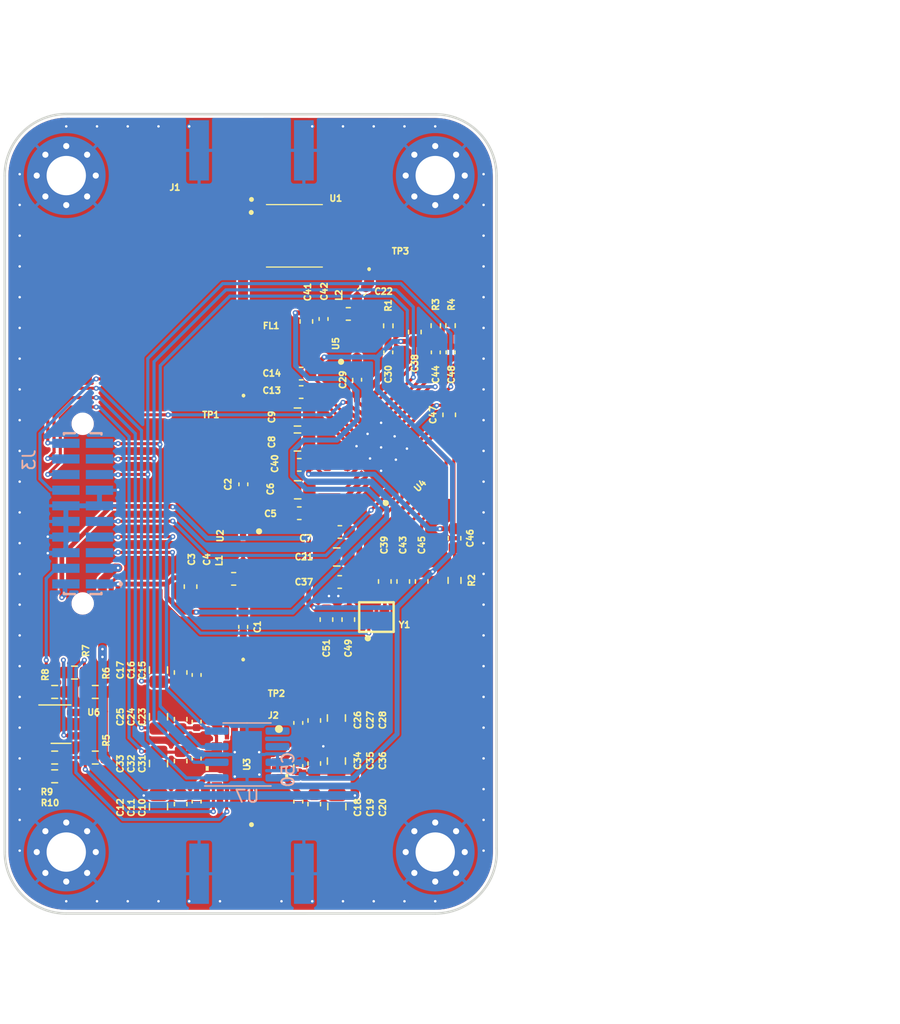
<source format=kicad_pcb>
(kicad_pcb (version 20211014) (generator pcbnew)
  (layers (0 "F.Cu" signal) (31 "B.Cu" signal) (34 "B.Paste" user) (35 "F.Paste" user) (36 "B.SilkS" user "B.Silkscreen") (37 "F.SilkS" user "F.Silkscreen") (38 "B.Mask" user) (39 "F.Mask" user) (44 "Edge.Cuts" user))
  (net 0 "")
  (net 1 "GND")
  (net 2 "+3V3")
  (net 3 "/Vd_PA")
  (net 4 "/Vg_PA1")
  (net 5 "/Vg_PA2")
  (net 6 "/Vg_PA3")
  (net 7 "/PLL_LO")
  (net 8 "/LocalOscillator/VTune")
  (net 9 "/FL_Out")
  (net 10 "/RF_in")
  (net 11 "/SDI")
  (net 12 "/SDO")
  (net 13 "/SCK")
  (net 14 "/PLL_CSB")
  (net 15 "Net-(C30-Pad1)")
  (net 16 "/T_CSB")
  (net 17 "/LO_EN")
  (net 18 "/Tx_PM")
  (net 19 "+5V")
  (net 20 "/Vref")
  (net 21 "/Vdet")
  (net 22 "Net-(C46-Pad1)")
  (net 23 "/PA_RF_IN")
  (net 24 "/Tx_LO")
  (net 28 "/AMP1_Out")
  (net 29 "/TP2_In")
  (net 30 "/TP1_Out")
  (net 31 "/AMP1_In")
  (net 32 "/PLL_Out")
  (net 33 "/Mixer_Out")
  (net 34 "Net-(C44-Pad1)")
  (net 35 "Net-(C48-Pad1)")
  (net 36 "/PLL_CE")
  (net 37 "/LocalOscillator/VREFVCO")
  (net 38 "/LocalOscillator/VBIASVARAC")
  (net 39 "/LocalOscillator/VREFVCO2")
  (net 40 "/LocalOscillator/VBIASVCO2")
  (net 41 "/LocalOscillator/VBIASVCO")
  (net 42 "/AMP2_Out")
  (net 43 "/TP3_In")
  (net 44 "/LocalOscillator/RFOUTAP")
  (net 45 "/LocalOscillator/RFOUTAM")
  (net 46 "/LocalOscillator/OSCINP")
  (net 47 "/LocalOscillator/OSCINM")
  (net 48 "/LocalOscillator/RFOUTBP")
  (net 49 "/LocalOscillator/RFOUTBM")
  (net 50 "/AD8031_IN-")
  (net 51 "/AD8031_IN+")
  (net 52 "/LocalOscillator/VREGVCO")
  (net 53 "/RF_out")
  (footprint "Capacitor_SMD:C_0603_1608Metric" (layer "F.Cu") (at 157.811458 124.36 -90)
    (fp_text reference "C35")
    (fp_text value "10nF")
  )
  (footprint "Capacitor_SMD:C_0805_2012Metric" (layer "F.Cu") (at 145.144999 127.859996 90)
    (fp_text reference "C12")
    (fp_text value "4.7uF")
  )
  (footprint "Capacitor_SMD:C_0805_2012Metric" (layer "F.Cu") (at 145.145004 120.559993 -90)
    (fp_text reference "C25")
    (fp_text value "4.7uF")
  )
  (footprint "Resistor_SMD:R_0402_1005Metric" (layer "F.Cu") (at 168.8908 88.76 90)
    (fp_text reference "R4")
    (fp_text value "50 RF")
  )
  (footprint "SamacSys_Footprints:SON65P200X200X90-7N-D" (layer "F.Cu") (at 152.021007 106.8324 -90)
    (fp_text reference "U2")
    (fp_text value "HMC788ALP2ETR" hide)
  )
  (footprint "Capacitor_SMD:C_0402_1005Metric" (layer "F.Cu") (at 152.04501 101.659995 -90)
    (fp_text reference "C2")
    (fp_text value "100pF")
  )
  (footprint "Capacitor_SMD:C_0402_1005Metric" (layer "F.Cu") (at 156.511455 124.56 -90)
    (fp_text reference "C34")
    (fp_text value "100pF")
  )
  (footprint "SamacSys_Footprints:QFN65P500X500X100-25N-D" (layer "F.Cu") (at 152.337364 124.429799 -90)
    (fp_text reference "U3")
    (fp_text value "HMC952ALP5GE" hide)
  )
  (footprint "GGS_RF:JC0603C" (layer "F.Cu") (at 152.654 88.773 -90)
    (fp_text reference "FL1")
    (fp_text value "HFCW-7000+")
  )
  (footprint "Capacitor_SMD:C_0805_2012Metric" (layer "F.Cu") (at 159.611459 120.660003 -90)
    (fp_text reference "C28")
    (fp_text value "4.7uF")
  )
  (footprint "Capacitor_SMD:C_0805_2012Metric" (layer "F.Cu") (at 159.645 127.86 90)
    (fp_text reference "C20")
    (fp_text value "4.7uF")
  )
  (footprint "Capacitor_SMD:C_0603_1608Metric" (layer "F.Cu") (at 147.7518 109.9788 90)
    (fp_text reference "C3")
    (fp_text value "2.2uF")
  )
  (footprint "Capacitor_SMD:C_0603_1608Metric" (layer "F.Cu") (at 146.945002 116.959995 -90)
    (fp_text reference "C16")
    (fp_text value "10nF")
  )
  (footprint "Capacitor_SMD:C_0603_1608Metric" (layer "F.Cu") (at 157.811458 120.86 -90)
    (fp_text reference "C27")
    (fp_text value "10nF")
  )
  (footprint "Capacitor_SMD:C_0402_1005Metric" (layer "F.Cu") (at 158.565993 88.218685 90)
    (fp_text reference "C42")
    (fp_text value "100pF")
  )
  (footprint "GGS_Connectors:MS-156C3" (layer "F.Cu") (at 148.309 94.985789 -90)
    (fp_text reference "TP1")
    (fp_text value "MS-156C3" hide)
  )
  (footprint "Capacitor_SMD:C_0603_1608Metric" (layer "F.Cu") (at 168.783 96.012 90)
    (fp_text reference "C47")
    (fp_text value "1uF")
  )
  (footprint "Capacitor_SMD:C_0805_2012Metric" (layer "F.Cu") (at 156.445002 96.1898)
    (fp_text reference "C9")
    (fp_text value "10uF")
  )
  (footprint "Capacitor_SMD:C_0402_1005Metric" (layer "F.Cu") (at 148.245 117.159994 -90)
    (fp_text reference "C15")
    (fp_text value "100pF")
  )
  (footprint "Capacitor_SMD:C_0603_1608Metric" (layer "F.Cu") (at 156.745002 94.160002)
    (fp_text reference "C13")
    (fp_text value "100nF")
  )
  (footprint "Capacitor_SMD:C_0402_1005Metric" (layer "F.Cu") (at 148.244998 123.959998 90)
    (fp_text reference "C31")
    (fp_text value "100pF")
  )
  (footprint "Capacitor_SMD:C_0603_1608Metric" (layer "F.Cu") (at 159.893 105.537)
    (fp_text reference "C7")
    (fp_text value "10nF")
  )
  (footprint "Resistor_SMD:R_0603_1608Metric" (layer "F.Cu") (at 136.7028 125.3998 180)
    (fp_text reference "R10")
    (fp_text value "10k")
  )
  (footprint "Resistor_SMD:R_0603_1608Metric" (layer "F.Cu") (at 138.32008 116.967 180)
    (fp_text reference "R7")
    (fp_text value "10k")
  )
  (footprint "Capacitor_SMD:C_0805_2012Metric" (layer "F.Cu") (at 156.464 102.108)
    (fp_text reference "C6")
    (fp_text value "10uF")
  )
  (footprint "Resistor_SMD:R_0402_1005Metric" (layer "F.Cu") (at 163.83 88.773 90)
    (fp_text reference "R1")
    (fp_text value "50 RF")
  )
  (footprint "GGS_Connectors:LINX_CONSMA020.062-G" (layer "F.Cu") (at 152.7048 72.0598 180)
    (fp_text reference "J1")
    (fp_text value "SMA")
  )
  (footprint "Capacitor_SMD:C_0402_1005Metric" (layer "F.Cu") (at 152.032208 113.248389 -90)
    (fp_text reference "C1")
    (fp_text value "100pF")
  )
  (footprint "Resistor_SMD:R_0603_1608Metric" (layer "F.Cu") (at 169.2148 109.474 -90)
    (fp_text reference "R2")
    (fp_text value "180")
  )
  (footprint "GGS_Miscellaneous:TCXO_ECS" (layer "F.Cu") (at 162.214789 117.033802)
    (fp_text reference "Y1")
    (fp_text value "TCXO 25 MHz")
  )
  (footprint "Capacitor_SMD:C_0603_1608Metric" (layer "F.Cu") (at 165.045007 109.560007 90)
    (fp_text reference "C43")
    (fp_text value "1uF")
  )
  (footprint "Capacitor_SMD:C_0603_1608Metric" (layer "F.Cu") (at 163.545005 109.560004 90)
    (fp_text reference "C39")
    (fp_text value "100nF")
  )
  (footprint "Capacitor_SMD:C_0603_1608Metric" (layer "F.Cu") (at 146.944998 124.159998 90)
    (fp_text reference "C32")
    (fp_text value "10nF")
  )
  (footprint "Resistor_SMD:R_0603_1608Metric" (layer "F.Cu") (at 136.7028 123.8758)
    (fp_text reference "R9")
    (fp_text value "10k")
  )
  (footprint "Capacitor_SMD:C_0603_1608Metric" (layer "F.Cu") (at 160.5788 112.660003 -90)
    (fp_text reference "C49")
    (fp_text value "100nF")
  )
  (footprint "Capacitor_SMD:C_0603_1608Metric" (layer "F.Cu") (at 169.2148 106.045 90)
    (fp_text reference "C46")
    (fp_text value "39nF")
  )
  (footprint "MountingHole:MountingHole_3.2mm_M3_Pad_Via" (layer "F.Cu") (at 137.645013 76.559994)
    (fp_text reference "SCRW2" hide)
    (fp_text value "MountingHole_Pad" hide)
  )
  (footprint "Capacitor_SMD:C_0603_1608Metric" (layer "F.Cu") (at 146.945002 120.759995 -90)
    (fp_text reference "C24")
    (fp_text value "10nF")
  )
  (footprint "Capacitor_SMD:C_0603_1608Metric" (layer "F.Cu") (at 159.88 109.601)
    (fp_text reference "C37")
    (fp_text value "100nF")
  )
  (footprint "GGS_Connectors:MS-156C3" (layer "F.Cu") (at 166.016 83.627 90)
    (fp_text reference "TP3")
    (fp_text value "MS-156C3")
  )
  (footprint "Resistor_SMD:R_0603_1608Metric" (layer "F.Cu") (at 140.0048 123.8758)
    (fp_text reference "R5")
    (fp_text value "100k")
  )
  (footprint "Capacitor_SMD:C_0603_1608Metric" (layer "F.Cu") (at 146.945 127.659996 90)
    (fp_text reference "C11")
    (fp_text value "10nF")
  )
  (footprint "SamacSys_Footprints:SIM24MH" (layer "F.Cu") (at 156.1846 81.4578 -90)
    (fp_text reference "U1")
    (fp_text value "SIM-14+" hide)
  )
  (footprint "Capacitor_SMD:C_0402_1005Metric" (layer "F.Cu") (at 148.245 120.959994 -90)
    (fp_text reference "C23")
    (fp_text value "100pF")
  )
  (footprint "Capacitor_SMD:C_0402_1005Metric" (layer "F.Cu") (at 149.1488 109.7788 90)
    (fp_text reference "C4")
    (fp_text value "100pF")
  )
  (footprint "Capacitor_SMD:C_0402_1005Metric" (layer "F.Cu") (at 156.511455 127.46 90)
    (fp_text reference "C18")
    (fp_text value "100pF")
  )
  (footprint "Capacitor_SMD:C_0603_1608Metric" (layer "F.Cu") (at 166.544997 109.560002 90)
    (fp_text reference "C45")
    (fp_text value "100nF")
  )
  (footprint "GGS_Connectors:MS-156C3" (layer "F.Cu") (at 148.2836 116.448789 -90)
    (fp_text reference "TP2")
    (fp_text value "MS-156C3")
  )
  (footprint "Capacitor_SMD:C_0603_1608Metric" (layer "F.Cu") (at 157.811455 127.66 90)
    (fp_text reference "C19")
    (fp_text value "10nF")
  )
  (footprint "MountingHole:MountingHole_3.2mm_M3_Pad_Via" (layer "F.Cu") (at 167.645004 76.559994)
    (fp_text reference "SCRW4" hide)
    (fp_text value "MountingHole_Pad" hide)
  )
  (footprint "Capacitor_SMD:C_0603_1608Metric" (layer "F.Cu") (at 165.989 89.281 -90)
    (fp_text reference "C38")
    (fp_text value "100nF")
  )
  (footprint "Capacitor_SMD:C_0805_2012Metric" (layer "F.Cu") (at 156.445002 98.2218)
    (fp_text reference "C8")
    (fp_text value "10uF")
  )
  (footprint "SamacSys_Footprints:SON65P200X200X90-7N-D" (layer "F.Cu") (at 161.287993 90.3478 90)
    (fp_text reference "U5")
    (fp_text value "HMC788ALP2ETR" hide)
  )
  (footprint "MountingHole:MountingHole_3.2mm_M3_Pad_Via" (layer "F.Cu") (at 137.645013 131.560011)
    (fp_text reference "SCRW1" hide)
    (fp_text value "MountingHole_Pad" hide)
  )
  (footprint "Capacitor_SMD:C_0402_1005Metric" (layer "F.Cu") (at 148.245 127.459997 90)
    (fp_text reference "C10")
    (fp_text value "100pF")
  )
  (footprint "Capacitor_SMD:C_0402_1005Metric" (layer "F.Cu") (at 163.83 90.932 -90)
    (fp_text reference "C30")
    (fp_text value "100pF")
  )
  (footprint "Capacitor_SMD:C_0603_1608Metric" (layer "F.Cu") (at 156.591 104.013)
    (fp_text reference "C5")
    (fp_text value "1uF")
  )
  (footprint "Capacitor_SMD:C_0402_1005Metric" (layer "F.Cu") (at 167.6908 90.932 -90)
    (fp_text reference "C44")
    (fp_text value "100pF")
  )
  (footprint "Inductor_SMD:L_0603_1608Metric" (layer "F.Cu") (at 151.257 109.347 180)
    (fp_text reference "L1")
    (fp_text value "15nH")
  )
  (footprint "MountingHole:MountingHole_3.2mm_M3_Pad_Via" (layer "F.Cu") (at 167.645004 131.560011)
    (fp_text reference "SCRW3" hide)
    (fp_text value "MountingHole_Pad" hide)
  )
  (footprint "SamacSys_Footprints:QFN50P600X600X100-41N-D" (layer "F.Cu") (at 163.345012 98.660001 135)
    (fp_text reference "U4")
    (fp_text value "LMX2572RHAT" hide)
  )
  (footprint "Capacitor_SMD:C_0402_1005Metric" (layer "F.Cu") (at 168.8908 90.932 -90)
    (fp_text reference "C48")
    (fp_text value "100pF")
  )
  (footprint "GGS_Connectors:LINX_CONSMA020.062-G" (layer "F.Cu") (at 152.7048 135.7703)
    (fp_text reference "J2")
    (fp_text value "SMA")
  )
  (footprint "Capacitor_SMD:C_0603_1608Metric" (layer "F.Cu") (at 156.591 100.076)
    (fp_text reference "C40")
    (fp_text value "2nF")
  )
  (footprint "Capacitor_SMD:C_0603_1608Metric" (layer "F.Cu") (at 158.8008 112.659998 90)
    (fp_text reference "C51")
    (fp_text value "1uF")
  )
  (footprint "Capacitor_SMD:C_0805_2012Metric" (layer "F.Cu") (at 145.144999 124.360003 90)
    (fp_text reference "C33")
    (fp_text value "4.7uF")
  )
  (footprint "Capacitor_SMD:C_0402_1005Metric" (layer "F.Cu") (at 161.295004 93.160012 90)
    (fp_text reference "C29")
    (fp_text value "100pF")
  )
  (footprint "Resistor_SMD:R_0603_1608Metric" (layer "F.Cu") (at 140.0048 118.5418)
    (fp_text reference "R6")
    (fp_text value "100k")
  )
  (footprint "Resistor_SMD:R_0603_1608Metric" (layer "F.Cu") (at 136.7028 118.5418 180)
    (fp_text reference "R8")
    (fp_text value "10k")
  )
  (footprint "Capacitor_SMD:C_0805_2012Metric" (layer "F.Cu") (at 145.145002 116.759998 -90)
    (fp_text reference "C17")
    (fp_text value "4.7uF")
  )
  (footprint "Capacitor_SMD:C_0805_2012Metric" (layer "F.Cu") (at 159.639 107.569)
    (fp_text reference "C21")
    (fp_text value "470nF")
  )
  (footprint "Resistor_SMD:R_0402_1005Metric" (layer "F.Cu") (at 167.6908 88.76 90)
    (fp_text reference "R3")
    (fp_text value "50 RF")
  )
  (footprint "Capacitor_SMD:C_0603_1608Metric" (layer "F.Cu") (at 157.165993 88.418687 90)
    (fp_text reference "C41")
    (fp_text value "2.2uF")
  )
  (footprint "Capacitor_SMD:C_0603_1608Metric" (layer "F.Cu") (at 156.745002 92.66)
    (fp_text reference "C14")
    (fp_text value "1uF")
  )
  (footprint "Inductor_SMD:L_0603_1608Metric" (layer "F.Cu") (at 160.5788 87.8078 180)
    (fp_text reference "L2")
    (fp_text value "15nH")
  )
  (footprint "Capacitor_SMD:C_0402_1005Metric" (layer "F.Cu") (at 161.671 85.979 45)
    (fp_text reference "C22")
    (fp_text value "100pF")
  )
  (footprint "Capacitor_SMD:C_0805_2012Metric" (layer "F.Cu") (at 159.611457 124.16 -90)
    (fp_text reference "C36")
    (fp_text value "4.7uF")
  )
  (footprint "Package_TO_SOT_SMD:SOT-23-5" (layer "F.Cu") (at 137.220079 121.160083)
    (fp_text reference "U6")
    (fp_text value "AD8031")
  )
  (footprint "Capacitor_SMD:C_0402_1005Metric" (layer "F.Cu") (at 156.511455 121.06 -90)
    (fp_text reference "C26")
    (fp_text value "100pF")
  )
  (footprint "GGS_Connectors:SAMTEC_SFC-110-T2-F-D-A-TR" (layer "B.Cu") (at 138.98 104.045 -90)
    (fp_text reference "J3")
    (fp_text value "SFC-110-T2-F-D-A-TR")
  )
  (footprint "Capacitor_SMD:C_0402_1005Metric" (layer "B.Cu") (at 156.845002 124.860002 -90)
    (fp_text reference "C50")
    (fp_text value "100pF")
  )
  (footprint "Package_SO:SOIC-8-1EP_3.9x4.9mm_P1.27mm_EP2.41x3.81mm" (layer "B.Cu") (at 152.345002 123.624998)
    (fp_text reference "U7")
    (fp_text value "ADT7310")
  )
  (gr_poly (pts (xy 149.230655 124.950499) (xy 149.230655 124.569499) (xy 148.976655 124.569499) (xy 148.976655 124.950499)) (layer "F.SilkS") (width 0) (fill solid))
  (gr_poly (pts (xy 155.444054 125.610899) (xy 155.444054 125.229899) (xy 155.698054 125.229899) (xy 155.698054 125.610899)) (layer "F.SilkS") (width 0) (fill solid))
  (gr_arc (start 137.6388 136.5558) (mid 134.105366 135.090461) (end 132.643002 131.555795) (layer "Edge.Cuts") (width 0.2))
  (gr_arc (start 172.638799 131.2418) (mid 171.29203 134.976435) (end 167.648798 136.553821) (layer "Edge.Cuts") (width 0.2))
  (gr_line (start 172.629179 76.57577) (end 172.638799 131.2418) (layer "Edge.Cuts") (width 0.2))
  (gr_arc (start 132.638801 76.5758) (mid 134.098693 73.029263) (end 137.638773 71.55378) (layer "Edge.Cuts") (width 0.2))
  (gr_arc (start 167.7162 71.5758) (mid 171.197699 73.068609) (end 172.629179 76.57577) (layer "Edge.Cuts") (width 0.2))
  (gr_line (start 137.638773 71.55378) (end 167.7162 71.5758) (layer "Edge.Cuts") (width 0.2))
  (gr_line (start 132.643002 131.555795) (end 132.638801 76.5758) (layer "Edge.Cuts") (width 0.2))
  (gr_line (start 167.648798 136.553821) (end 137.6388 136.5558) (layer "Edge.Cuts") (width 0.2))
  (segment (start 160.870123 98.66) (end 160.970123 98.56) (width 0.3) (layer "F.Cu") (net 1))
  (segment (start 163.051552 102.135429) (end 163.051552 101.986939) (width 0.254) (layer "F.Cu") (net 1))
  (segment (start 151.346754 123.439199) (end 152.007154 124.099599) (width 0.4) (layer "F.Cu") (net 1))
  (segment (start 160.735775 100.208563) (end 162.284334 98.660003) (width 0.3) (layer "F.Cu") (net 1))
  (segment (start 160.382222 97.464992) (end 161.361116 98.443887) (width 0.3) (layer "F.Cu") (net 1))
  (segment (start 153.327954 123.439199) (end 153.327954 121.9557) (width 0.4) (layer "F.Cu") (net 1))
  (segment (start 161.245002 98.56) (end 161.477229 98.56) (width 0.3) (layer "F.Cu") (net 1))
  (segment (start 161.577229 98.66) (end 163.245002 98.66) (width 0.3) (layer "F.Cu") (net 1))
  (segment (start 161.442883 96.404331) (end 163.345 98.306448) (width 0.3) (layer "F.Cu") (net 1))
  (segment (start 163.345 101.134878) (end 164.186457 101.976331) (width 0.3) (layer "F.Cu") (net 1))
  (segment (start 163.698556 98.660003) (end 164.405661 98.660003) (width 0.3) (layer "F.Cu") (net 1))
  (segment (start 149.863254 124.76) (end 152.007154 124.76) (width 0.4) (layer "F.Cu") (net 1))
  (segment (start 151.346754 123.439199) (end 151.384 123.401953) (width 0.4) (layer "F.Cu") (net 1))
  (segment (start 159.675117 99.147904) (end 160.163018 98.66) (width 0.3) (layer "F.Cu") (net 1))
  (segment (start 163.345 101.693487) (end 163.345 101.134878) (width 0.254) (layer "F.Cu") (net 1))
  (segment (start 153.327954 126.903899) (end 153.327954 125.420399) (width 0.4) (layer "F.Cu") (net 1))
  (segment (start 163.145002 98.506448) (end 163.345 98.306448) (width 0.3) (layer "F.Cu") (net 1))
  (segment (start 152.337354 124.429799) (end 153.327954 123.439199) (width 0.4) (layer "F.Cu") (net 1))
  (segment (start 163.145002 98.506448) (end 163.245002 98.606447) (width 0.3) (layer "F.Cu") (net 1))
  (segment (start 165.112767 98.660003) (end 166.307778 97.464992) (width 0.3) (layer "F.Cu") (net 1))
  (segment (start 163.345 98.660003) (end 163.698556 98.660003) (width 0.3) (layer "F.Cu") (net 1))
  (segment (start 153.327954 125.420399) (end 153.988354 126.080799) (width 0.4) (layer "F.Cu") (net 1))
  (segment (start 163.345 99.013551) (end 165.247117 100.915668) (width 0.3) (layer "F.Cu") (net 1))
  (segment (start 151.346754 125.420399) (end 152.007154 124.76) (width 0.4) (layer "F.Cu") (net 1))
  (segment (start 162.284334 98.660003) (end 163.345 98.660003) (width 0.3) (layer "F.Cu") (net 1))
  (segment (start 152.667554 123.218397) (end 152.667554 122.3518) (width 0.4) (layer "F.Cu") (net 1))
  (segment (start 163.345 99.720662) (end 164.893562 101.269226) (width 0.3) (layer "F.Cu") (net 1))
  (segment (start 152.888356 123.439199) (end 152.667554 123.218397) (width 0.4) (layer "F.Cu") (net 1))
  (segment (start 153.327954 123.439199) (end 154.811454 123.439199) (width 0.4) (layer "F.Cu") (net 1))
  (segment (start 160.163018 98.66) (end 160.870123 98.66) (width 0.3) (layer "F.Cu") (net 1))
  (segment (start 162.857097 102.329884) (end 163.051552 102.135429) (width 0.254) (layer "F.Cu") (net 1))
  (segment (start 164.405661 98.660003) (end 165.112767 98.660003) (width 0.3) (layer "F.Cu") (net 1))
  (segment (start 163.245002 98.66) (end 163.245002 98.606447) (width 0.3) (layer "F.Cu") (net 1))
  (segment (start 145.145002 119.659992) (end 145.219256 119.585737) (width 0.3) (layer "F.Cu") (net 1))
  (segment (start 153.327954 123.439199) (end 153.988354 122.778799) (width 0.4) (layer "F.Cu") (net 1))
  (segment (start 163.698556 98.660003) (end 165.60067 100.562118) (width 0.3) (layer "F.Cu") (net 1))
  (segment (start 153.988354 122.778799) (end 154.811454 122.778799) (width 0.4) (layer "F.Cu") (net 1))
  (segment (start 165.247117 100.915671) (end 165.247117 100.915668) (width 0.3) (layer "F.Cu") (net 1))
  (segment (start 163.345 101.134878) (end 163.345 99.720662) (width 0.3) (layer "F.Cu") (net 1))
  (segment (start 153.988354 122.778799) (end 153.988354 121.9557) (width 0.4) (layer "F.Cu") (net 1))
  (segment (start 160.970123 98.56) (end 161.245002 98.56) (width 0.3) (layer "F.Cu") (net 1))
  (segment (start 153.327954 123.439199) (end 152.888356 123.439199) (width 0.4) (layer "F.Cu") (net 1))
  (segment (start 163.344998 98.66) (end 163.345 98.660003) (width 0.3) (layer "F.Cu") (net 1))
  (segment (start 152.007154 124.76) (end 152.337354 124.429799) (width 0.4) (layer "F.Cu") (net 1))
  (segment (start 152.337354 124.429799) (end 153.327954 125.420399) (width 0.4) (layer "F.Cu") (net 1))
  (segment (start 152.007154 126.903899) (end 152.007154 124.76) (width 0.4) (layer "F.Cu") (net 1))
  (segment (start 163.245002 98.66) (end 163.344998 98.66) (width 0.3) (layer "F.Cu") (net 1))
  (segment (start 149.863254 124.099599) (end 152.007154 124.099599) (width 0.4) (layer "F.Cu") (net 1))
  (segment (start 163.345 99.720662) (end 163.345 99.013551) (width 0.3) (layer "F.Cu") (net 1))
  (segment (start 161.361116 98.443887) (end 161.577229 98.66) (width 0.3) (layer "F.Cu") (net 1))
  (segment (start 162.517687 101.990474) (end 162.857097 102.329884) (width 0.254) (layer "F.Cu") (net 1))
  (segment (start 164.405661 98.660003) (end 165.954226 97.111439) (width 0.3) (layer "F.Cu") (net 1))
  (segment (start 161.477229 98.56) (end 161.577229 98.66) (width 0.3) (layer "F.Cu") (net 1))
  (segment (start 151.384 123.401953) (end 151.384 122.352019) (width 0.4) (layer "F.Cu") (net 1))
  (segment (start 163.051552 101.986939) (end 163.345 101.693487) (width 0.254) (layer "F.Cu") (net 1))
  (segment (start 153.988354 126.903899) (end 153.988354 126.080799) (width 0.4) (layer "F.Cu") (net 1))
  (segment (start 160.02867 99.501457) (end 160.870123 98.66) (width 0.3) (layer "F.Cu") (net 1))
  (segment (start 163.345 99.013551) (end 163.345 98.660003) (width 0.3) (layer "F.Cu") (net 1))
  (segment (start 151.346754 126.903899) (end 151.346754 125.420399) (width 0.4) (layer "F.Cu") (net 1))
  (segment (start 153.988354 126.080799) (end 154.811454 126.080799) (width 0.4) (layer "F.Cu") (net 1))
  (segment (start 146.645079 128.559997) (end 146.795079 128.409997) (width 0.3) (layer "F.Cu") (net 1))
  (via (at 171.577 128.945) (size 0.4064) (drill 0.2032) (layers "F.Cu" "B.Cu") (net 1))
  (via (at 140.145002 135.56) (size 0.4064) (drill 0.2032) (layers "F.Cu" "B.Cu") (net 1))
  (via (at 133.858 116.445) (size 0.4064) (drill 0.2032) (layers "F.Cu" "B.Cu") (net 1))
  (via (at 165.345002 98.76) (size 0.4064) (drill 0.2032) (layers "F.Cu" "B.Cu") (net 1))
  (via (at 133.858 108.945) (size 0.4064) (drill 0.2032) (layers "F.Cu" "B.Cu") (net 1))
  (via (at 160.145002 135.56) (size 0.4064) (drill 0.2032) (layers "F.Cu" "B.Cu") (net 1))
  (via (at 133.858 118.945) (size 0.4064) (drill 0.2032) (layers "F.Cu" "B.Cu") (net 1))
  (via (at 171.577 81.445002) (size 0.4064) (drill 0.2032) (layers "F.Cu" "B.Cu") (net 1))
  (via (at 159.766 110.744) (size 0.4064) (drill 0.2032) (layers "F.Cu" "B.Cu") (net 1))
  (via (at 152.337354 124.429799) (size 0.4064) (drill 0.2032) (layers "F.Cu" "B.Cu") (net 1))
  (via (at 133.858 103.945) (size 0.4064) (drill 0.2032) (layers "F.Cu" "B.Cu") (net 1))
  (via (at 136.144 105.918) (size 0.4064) (drill 0.2032) (layers "F.Cu" "B.Cu") (net 1))
  (via (at 165.145002 72.560002) (size 0.4064) (drill 0.2032) (layers "F.Cu" "B.Cu") (net 1))
  (via (at 133.858 96.445002) (size 0.4064) (drill 0.2032) (layers "F.Cu" "B.Cu") (net 1))
  (via (at 163.245002 98.66) (size 0.4064) (drill 0.2032) (layers "F.Cu" "B.Cu") (net 1))
  (via (at 171.577 108.945) (size 0.4064) (drill 0.2032) (layers "F.Cu" "B.Cu") (net 1))
  (via (at 153.345 125.26) (size 0.4064) (drill 0.2032) (layers "F.Cu" "B.Cu") (net 1))
  (via (at 133.858 88.945002) (size 0.4064) (drill 0.2032) (layers "F.Cu" "B.Cu") (net 1))
  (via (at 133.858 98.945) (size 0.4064) (drill 0.2032) (layers "F.Cu" "B.Cu") (net 1))
  (via (at 171.577 113.945) (size 0.4064) (drill 0.2032) (layers "F.Cu" "B.Cu") (net 1))
  (via (at 142.645002 135.56) (size 0.4064) (drill 0.2032) (layers "F.Cu" "B.Cu") (net 1))
  (via (at 133.858 83.945002) (size 0.4064) (drill 0.2032) (layers "F.Cu" "B.Cu") (net 1))
  (via (at 150.145002 135.56) (size 0.4064) (drill 0.2032) (layers "F.Cu" "B.Cu") (net 1))
  (via (at 164.345002 97.76) (size 0.4064) (drill 0.2032) (layers "F.Cu" "B.Cu") (net 1))
  (via (at 133.858 111.445) (size 0.4064) (drill 0.2032) (layers "F.Cu" "B.Cu") (net 1))
  (via (at 171.577 121.445) (size 0.4064) (drill 0.2032) (layers "F.Cu" "B.Cu") (net 1))
  (via (at 147.645002 135.56) (size 0.4064) (drill 0.2032) (layers "F.Cu" "B.Cu") (net 1))
  (via (at 171.577 91.445002) (size 0.4064) (drill 0.2032) (layers "F.Cu" "B.Cu") (net 1))
  (via (at 133.858 93.945002) (size 0.4064) (drill 0.2032) (layers "F.Cu" "B.Cu") (net 1))
  (via (at 171.577 96.445002) (size 0.4064) (drill 0.2032) (layers "F.Cu" "B.Cu") (net 1))
  (via (at 145.145002 72.560002) (size 0.4064) (drill 0.2032) (layers "F.Cu" "B.Cu") (net 1))
  (via (at 133.858 113.945) (size 0.4064) (drill 0.2032) (layers "F.Cu" "B.Cu") (net 1))
  (via (at 171.577 126.445) (size 0.4064) (drill 0.2032) (layers "F.Cu" "B.Cu") (net 1))
  (via (at 171.577 131.445) (size 0.4064) (drill 0.2032) (layers "F.Cu" "B.Cu") (net 1))
  (via (at 136.144 107.26) (size 0.4064) (drill 0.2032) (layers "F.Cu" "B.Cu") (net 1))
  (via (at 171.577 86.445002) (size 0.4064) (drill 0.2032) (layers "F.Cu" "B.Cu") (net 1))
  (via (at 140.145002 72.560002) (size 0.4064) (drill 0.2032) (layers "F.Cu" "B.Cu") (net 1))
  (via (at 133.858 131.445) (size 0.4064) (drill 0.2032) (layers "F.Cu" "B.Cu") (net 1))
  (via (at 157.645002 72.560002) (size 0.4064) (drill 0.2032) (layers "F.Cu" "B.Cu") (net 1))
  (via (at 133.858 81.445002) (size 0.4064) (drill 0.2032) (layers "F.Cu" "B.Cu") (net 1))
  (via (at 133.858 121.445) (size 0.4064) (drill 0.2032) (layers "F.Cu" "B.Cu") (net 1))
  (via (at 164.445002 99.66) (size 0.4064) (drill 0.2032) (layers "F.Cu" "B.Cu") (net 1))
  (via (at 163.245002 96.660002) (size 0.4064) (drill 0.2032) (layers "F.Cu" "B.Cu") (net 1))
  (via (at 171.577 93.945002) (size 0.4064) (drill 0.2032) (layers "F.Cu" "B.Cu") (net 1))
  (via (at 162.145 97.56) (size 0.4064) (drill 0.2032) (layers "F.Cu" "B.Cu") (net 1))
  (via (at 157.645002 135.56) (size 0.4064) (drill 0.2032) (layers "F.Cu" "B.Cu") (net 1))
  (via (at 162.645002 135.56) (size 0.4064) (drill 0.2032) (layers "F.Cu" "B.Cu") (net 1))
  (via (at 137.645002 72.560002) (size 0.4064) (drill 0.2032) (layers "F.Cu" "B.Cu") (net 1))
  (via (at 137.645002 135.56) (size 0.4064) (drill 0.2032) (layers "F.Cu" "B.Cu") (net 1))
  (via (at 158.545 122.96) (size 0.4064) (drill 0.2032) (layers "F.Cu" "B.Cu") (net 1))
  (via (at 142.645002 72.560002) (size 0.4064) (drill 0.2032) (layers "F.Cu" "B.Cu") (net 1))
  (via (at 160.145002 72.560002) (size 0.4064) (drill 0.2032) (layers "F.Cu" "B.Cu") (net 1))
  (via (at 167.645002 135.56) (size 0.4064) (drill 0.2032) (layers "F.Cu" "B.Cu") (net 1))
  (via (at 133.858 86.445002) (size 0.4064) (drill 0.2032) (layers "F.Cu" "B.Cu") (net 1))
  (via (at 159.004 110.744) (size 0.4064) (drill 0.2032) (layers "F.Cu" "B.Cu") (net 1))
  (via (at 155.145002 135.56) (size 0.4064) (drill 0.2032) (layers "F.Cu" "B.Cu") (net 1))
  (via (at 133.858 106.445) (size 0.4064) (drill 0.2032) (layers "F.Cu" "B.Cu") (net 1))
  (via (at 133.858 76.445002) (size 0.4064) (drill 0.2032) (layers "F.Cu" "B.Cu") (net 1))
  (via (at 171.577 78.945002) (size 0.4064) (drill 0.2032) (layers "F.Cu" "B.Cu") (net 1))
  (via (at 162.345 99.560002) (size 0.4064) (drill 0.2032) (layers "F.Cu" "B.Cu") (net 1))
  (via (at 133.858 126.445) (size 0.4064) (drill 0.2032) (layers "F.Cu" "B.Cu") (net 1))
  (via (at 133.858 78.945002) (size 0.4064) (drill 0.2032) (layers "F.Cu" "B.Cu") (net 1))
  (via (at 165.145002 135.56) (size 0.4064) (drill 0.2032) (layers "F.Cu" "B.Cu") (net 1))
  (via (at 161.245002 98.56) (size 0.4064) (drill 0.2032) (layers "F.Cu" "B.Cu") (net 1))
  (via (at 133.858 123.945) (size 0.4064) (drill 0.2032) (layers "F.Cu" "B.Cu") (net 1))
  (via (at 145.145002 135.56) (size 0.4064) (drill 0.2032) (layers "F.Cu" "B.Cu") (net 1))
  (via (at 171.577 111.445) (size 0.4064) (drill 0.2032) (layers "F.Cu" "B.Cu") (net 1))
  (via (at 171.577 88.945002) (size 0.4064) (drill 0.2032) (layers "F.Cu" "B.Cu") (net 1))
  (via (at 163.245002 100.560002) (size 0.4064) (drill 0.2032) (layers "F.Cu" "B.Cu") (net 1))
  (via (at 171.577 83.945002) (size 0.4064) (drill 0.2032) (layers "F.Cu" "B.Cu") (net 1))
  (via (at 171.577 101.445) (size 0.4064) (drill 0.2032) (layers "F.Cu" "B.Cu") (net 1))
  (via (at 141.859 102.108) (size 0.4064) (drill 0.2032) (layers "F.Cu" "B.Cu") (net 1))
  (via (at 171.577 76.445002) (size 0.4064) (drill 0.2032) (layers "F.Cu" "B.Cu") (net 1))
  (via (at 147.645002 72.560002) (size 0.4064) (drill 0.2032) (layers "F.Cu" "B.Cu") (net 1))
  (via (at 171.577 103.945) (size 0.4064) (drill 0.2032) (layers "F.Cu" "B.Cu") (net 1))
  (via (at 133.858 101.445) (size 0.4064) (drill 0.2032) (layers "F.Cu" "B.Cu") (net 1))
  (via (at 171.577 116.445) (size 0.4064) (drill 0.2032) (layers "F.Cu" "B.Cu") (net 1))
  (via (at 151.346754 125.420399) (size 0.4064) (drill 0.2032) (layers "F.Cu" "B.Cu") (net 1))
  (via (at 171.577 98.945) (size 0.4064) (drill 0.2032) (layers "F.Cu" "B.Cu") (net 1))
  (via (at 153.327954 123.439199) (size 0.4064) (drill 0.2032) (layers "F.Cu" "B.Cu") (net 1))
  (via (at 133.858 91.445002) (size 0.4064) (drill 0.2032) (layers "F.Cu" "B.Cu") (net 1))
  (via (at 151.346754 123.439199) (size 0.4064) (drill 0.2032) (layers "F.Cu" "B.Cu") (net 1))
  (via (at 171.577 118.945) (size 0.4064) (drill 0.2032) (layers "F.Cu" "B.Cu") (net 1))
  (via (at 171.577 123.945) (size 0.4064) (drill 0.2032) (layers "F.Cu" "B.Cu") (net 1))
  (via (at 133.858 128.945) (size 0.4064) (drill 0.2032) (layers "F.Cu" "B.Cu") (net 1))
  (via (at 162.645002 72.560002) (size 0.4064) (drill 0.2032) (layers "F.Cu" "B.Cu") (net 1))
  (via (at 171.577 106.445) (size 0.4064) (drill 0.2032) (layers "F.Cu" "B.Cu") (net 1))
  (via (at 167.645002 72.560002) (size 0.4064) (drill 0.2032) (layers "F.Cu" "B.Cu") (net 1))
  (segment (start 137.553 105.918) (end 137.6 105.965) (width 0.4) (layer "B.Cu") (net 1))
  (segment (start 137.6 105.965) (end 137.614998 105.95) (width 0.4) (layer "B.Cu") (net 1))
  (segment (start 136.144 105.918) (end 137.553 105.918) (width 0.4) (layer "B.Cu") (net 1))
  (segment (start 136.144 107.26) (end 137.574998 107.26) (width 0.4) (layer "B.Cu") (net 1))
  (segment (start 137.574998 107.26) (end 137.614998 107.22) (width 0.4) (layer "B.Cu") (net 1))
  (segment (start 140.345002 103.41) (end 140.345002 102.14) (width 0.4) (layer "B.Cu") (net 1))
  (segment (start 137.614998 107.22) (end 137.614998 103.41) (width 0.4) (layer "B.Cu") (net 1))
  (segment (start 154.820002 124.259998) (end 156.724998 124.259998) (width 0.508) (layer "B.Cu") (net 1))
  (segment (start 156.724998 124.259998) (end 156.845002 124.380002) (width 0.508) (layer "B.Cu") (net 1))
  (segment (start 137.614998 103.41) (end 140.345002 103.41) (width 0.4) (layer "B.Cu") (net 1))
  (segment (start 168.529 102.616) (end 168.529 99.686213) (width 0.254) (layer "F.Cu") (net 2))
  (segment (start 162.195008 111.959997) (end 162.245002 111.910002) (width 0.3) (layer "F.Cu") (net 2))
  (segment (start 161.417 109.601) (end 160.655 109.601) (width 0.381) (layer "F.Cu") (net 2))
  (segment (start 158.944996 111.960002) (end 159.044996 111.860002) (width 0.381) (layer "F.Cu") (net 2))
  (segment (start 159.345002 94.575002) (end 159.345002 95.013554) (width 0.254) (layer "F.Cu") (net 2))
  (segment (start 157.353 111.268) (end 158.045002 111.960002) (width 0.381) (layer "F.Cu") (net 2))
  (segment (start 167.121567 95.237) (end 165.607754 96.750813) (width 0.254) (layer "F.Cu") (net 2))
  (segment (start 166.545002 102.06) (end 162.045006 106.559996) (width 0.381) (layer "F.Cu") (net 2))
  (segment (start 168.529 99.686213) (end 167.014884 98.172097) (width 0.254) (layer "F.Cu") (net 2))
  (segment (start 146.304 103.505) (end 146.259 103.46) (width 0.381) (layer "F.Cu") (net 2))
  (segment (start 159.145006 111.959997) (end 160.645002 111.959997) (width 0.381) (layer "F.Cu") (net 2))
  (segment (start 165.989 91.844083) (end 165.989 90.056) (width 0.254) (layer "F.Cu") (net 2))
  (segment (start 166.445004 108.760009) (end 166.544999 108.860003) (width 0.254) (layer "F.Cu") (net 2))
  (segment (start 167.4368 108.76) (end 166.845002 108.76) (width 0.3) (layer "F.Cu") (net 2))
  (segment (start 146.259 103.46) (end 141.269 103.46) (width 0.381) (layer "F.Cu") (net 2))
  (segment (start 160.645011 111.959997) (end 162.195008 111.959997) (width 0.4) (layer "F.Cu") (net 2))
  (segment (start 157.7848 111.6838) (end 158.061002 111.960002) (width 0.381) (layer "F.Cu") (net 2))
  (segment (start 137.287 107.442) (end 137.287 110.871) (width 0.381) (layer "F.Cu") (net 2))
  (segment (start 159.052673 104.013) (end 157.366 104.013) (width 0.381) (layer "F.Cu") (net 2))
  (segment (start 165.954226 100.208563) (end 166.545002 100.799339) (width 0.381) (layer "F.Cu") (net 2))
  (segment (start 157.353 106.045) (end 157.353 104.026) (width 0.381) (layer "F.Cu") (net 2))
  (segment (start 166.545002 100.799339) (end 166.545002 102.06) (width 0.381) (layer "F.Cu") (net 2))
  (segment (start 164.846 90.043) (end 165.976 90.043) (width 0.4) (layer "F.Cu") (net 2))
  (segment (start 165.60067 96.757884) (end 165.600673 96.757884) (width 0.254) (layer "F.Cu") (net 2))
  (segment (start 162.845002 94.978011) (end 162.850037 94.983046) (width 0.254) (layer "F.Cu") (net 2))
  (segment (start 166.544999 108.860003) (end 166.544999 104.600001) (width 0.254) (layer "F.Cu") (net 2))
  (segment (start 157.353 104.026) (end 157.366 104.013) (width 0.381) (layer "F.Cu") (net 2))
  (segment (start 162.850037 94.983046) (end 165.989 91.844083) (width 0.254) (layer "F.Cu") (net 2))
  (segment (start 160.655 109.601) (end 160.655 111.808803) (width 0.381) (layer "F.Cu") (net 2))
  (segment (start 161.789377 101.276296) (end 159.052673 104.013) (width 0.381) (layer "F.Cu") (net 2))
  (segment (start 157.353 106.045) (end 157.353 111.268) (width 0.381) (layer "F.Cu") (net 2))
  (segment (start 166.845002 108.76) (end 166.745002 108.86) (width 0.3) (layer "F.Cu") (net 2))
  (segment (start 159.345002 95.013554) (end 161.089331 96.757884) (width 0.254) (layer "F.Cu") (net 2))
  (segment (start 157.520002 92.415998) (end 157.520002 92.66) (width 0.381) (layer "F.Cu") (net 2))
  (segment (start 158.061002 111.960002) (end 158.944996 111.960002) (width 0.381) (layer "F.Cu") (net 2))
  (segment (start 166.544999 104.600001) (end 168.529 102.616) (width 0.254) (layer "F.Cu") (net 2))
  (segment (start 158.623 91.313) (end 157.520002 92.415998) (width 0.381) (layer "F.Cu") (net 2))
  (segment (start 162.045006 108.972994) (end 161.417 109.601) (width 0.381) (layer "F.Cu") (net 2))
  (segment (start 162.045006 106.559996) (end 162.045006 108.972994) (width 0.381) (layer "F.Cu") (net 2))
  (segment (start 159.144999 111.960005) (end 159.145006 111.959997) (width 0.381) (layer "F.Cu") (net 2))
  (segment (start 157.520002 92.750002) (end 159.345002 94.575002) (width 0.254) (layer "F.Cu") (net 2))
  (segment (start 160.655 111.808803) (end 160.5788 111.885003) (width 0.381) (layer "F.Cu") (net 2))
  (segment (start 168.91 95.237) (end 167.121567 95.237) (width 0.254) (layer "F.Cu") (net 2))
  (segment (start 141.269 103.46) (end 137.287 107.442) (width 0.381) (layer "F.Cu") (net 2))
  (segment (start 159.044996 111.860002) (end 159.144999 111.960005) (width 0.381) (layer "F.Cu") (net 2))
  (segment (start 165.976 90.043) (end 165.989 90.056) (width 0.4) (layer "F.Cu") (net 2))
  (via (at 158.623 91.313) (size 0.4064) (drill 0.2032) (layers "F.Cu" "B.Cu") (net 2))
  (via (at 137.287 110.871) (size 0.4064) (drill 0.2032) (layers "F.Cu" "B.Cu") (net 2))
  (via (at 146.304 103.505) (size 0.4064) (drill 0.2032) (layers "F.Cu" "B.Cu") (net 2))
  (via (at 157.353 106.045) (size 0.4064) (drill 0.2032) (layers "F.Cu" "B.Cu") (net 2))
  (via (at 167.4368 108.76) (size 0.4064) (drill 0.2032) (layers "F.Cu" "B.Cu") (net 2))
  (via (at 157.7848 111.6838) (size 0.4064) (drill 0.2032) (layers "F.Cu" "B.Cu") (net 2))
  (via (at 167.767 95.25) (size 0.4064) (drill 0.2032) (layers "F.Cu" "B.Cu") (net 2))
  (via (at 164.846 90.043) (size 0.4064) (drill 0.2032) (layers "F.Cu" "B.Cu") (net 2))
  (segment (start 165.6835 96.6985) (end 162.945002 93.960003) (width 0.4) (layer "B.Cu") (net 2))
  (segment (start 162.945002 91.308998) (end 162.945002 91.56) (width 0.4) (layer "B.Cu") (net 2))
  (segment (start 160.944998 125.560003) (end 164.545002 121.96) (width 0.4) (layer "B.Cu") (net 2))
  (segment (start 137.287 110.871) (end 137.541 110.617) (width 0.381) (layer "B.Cu") (net 2))
  (segment (start 164.545002 111.654598) (end 167.4368 108.7628) (width 0.4) (layer "B.Cu") (net 2))
  (segment (start 156.844998 125.560003) (end 160.944998 125.560003) (width 0.4) (layer "B.Cu") (net 2))
  (segment (start 146.558 103.505) (end 149.098 106.045) (width 0.381) (layer "B.Cu") (net 2))
  (segment (start 167.4368 108.7628) (end 167.4368 108.76) (width 0.4) (layer "B.Cu") (net 2))
  (segment (start 154.763184 125.56) (end 156.563183 125.56) (width 0.4) (layer "B.Cu") (net 2))
  (segment (start 169.045002 100.060003) (end 165.6835 96.6985) (width 0.4) (layer "B.Cu") (net 2))
  (segment (start 164.211 90.043) (end 162.945002 91.308998) (width 0.4) (layer "B.Cu") (net 2))
  (segment (start 166.116 96.901) (end 167.767 95.25) (width 0.4) (layer "B.Cu") (net 2))
  (segment (start 137.541 110.617) (end 137.541 109.834) (width 0.381) (layer "B.Cu") (net 2))
  (segment (start 167.4368 108.76) (end 169.045002 107.151798) (width 0.4) (layer "B.Cu") (net 2))
  (segment (start 157.7848 111.6838) (end 164.545002 111.6838) (width 0.381) (layer "B.Cu") (net 2))
  (segment (start 162.945002 93.960003) (end 162.945002 91.56) (width 0.4) (layer "B.Cu") (net 2))
  (segment (start 164.545002 111.960002) (end 164.545002 111.654598) (width 0.4) (layer "B.Cu") (net 2))
  (segment (start 164.545002 121.96) (end 164.545002 111.960002) (width 0.4) (layer "B.Cu") (net 2))
  (segment (start 164.846 90.043) (end 164.211 90.043) (width 0.4) (layer "B.Cu") (net 2))
  (segment (start 149.098 106.045) (end 157.353 106.045) (width 0.381) (layer "B.Cu") (net 2))
  (segment (start 169.045002 107.151798) (end 169.045002 100.060003) (width 0.4) (layer "B.Cu") (net 2))
  (segment (start 162.698002 91.313) (end 162.945002 91.56) (width 0.4) (layer "B.Cu") (net 2))
  (segment (start 146.304 103.505) (end 146.558 103.505) (width 0.381) (layer "B.Cu") (net 2))
  (segment (start 158.623 91.313) (end 162.698002 91.313) (width 0.4) (layer "B.Cu") (net 2))
  (segment (start 161.111451 126.960003) (end 161.111454 126.96) (width 0.7) (layer "F.Cu") (net 3))
  (segment (start 145.144999 126.96) (end 145.145002 126.959998) (width 0.3) (layer "F.Cu") (net 3))
  (segment (start 149.0846 125.420399) (end 149.863254 125.420399) (width 0.4) (layer "F.Cu") (net 3))
  (segment (start 161.111451 125.06) (end 161.111451 122.226454) (width 0.7) (layer "F.Cu") (net 3))
  (segment (start 155.759478 124.760002) (end 156.059478 125.06) (width 0.4) (layer "F.Cu") (net 3))
  (segment (start 154.811456 124.760002) (end 155.759478 124.760002) (width 0.4) (layer "F.Cu") (net 3))
  (segment (start 141.859 108.458) (end 141.605 108.458) (width 0.7) (layer "F.Cu") (net 3))
  (segment (start 148.176103 126.841095) (end 148.244998 126.7722) (width 0.4) (layer "F.Cu") (net 3))
  (segment (start 141.605 108.458) (end 140.589 109.474) (width 0.7) (layer "F.Cu") (net 3))
  (segment (start 156.534981 121.583526) (end 156.545002 121.593546) (width 0.4) (layer "F.Cu") (net 3))
  (segment (start 145.145002 126.959998) (end 148.244998 126.959998) (width 0.4) (layer "F.Cu") (net 3))
  (segment (start 156.511458 126.96) (end 156.511458 126.683719) (width 0.4) (layer "F.Cu") (net 3))
  (segment (start 156.611455 126.960003) (end 159.645002 126.960003) (width 0.4) (layer "F.Cu") (net 3))
  (segment (start 148.244998 126.7722) (end 148.244998 126.26) (width 0.4) (layer "F.Cu") (net 3))
  (segment (start 154.811454 124.76) (end 154.811456 124.760002) (width 0.4) (layer "F.Cu") (net 3))
  (segment (start 154.811454 124.099599) (end 155.305403 124.099599) (width 0.4) (layer "F.Cu") (net 3))
  (segment (start 148.244998 126.959998) (end 148.244998 126.7722) (width 0.4) (layer "F.Cu") (net 3))
  (segment (start 159.619697 121.56824) (end 160.453238 121.56824) (width 0.7) (layer "F.Cu") (net 3))
  (segment (start 156.511453 125.06) (end 159.611454 125.06) (width 0.4) (layer "F.Cu") (net 3))
  (segment (start 156.059478 125.06) (end 156.288433 125.06) (width 0.4) (layer "F.Cu") (net 3))
  (segment (start 148.244998 126.26) (end 149.0846 125.420399) (width 0.4) (layer "F.Cu") (net 3))
  (segment (start 156.545002 122.86) (end 156.545002 121.593546) (width 0.4) (layer "F.Cu") (net 3))
  (segment (start 156.461458 126.91) (end 156.511458 126.96) (width 0.4) (layer "F.Cu") (net 3))
  (segment (start 154.811454 125.420399) (end 155.248138 125.420399) (width 0.4) (layer "F.Cu") (net 3))
  (segment (start 155.305403 124.099599) (end 156.545002 122.86) (width 0.4) (layer "F.Cu") (net 3))
  (segment (start 159.611457 121.56) (end 159.619697 121.56824) (width 0.7) (layer "F.Cu") (net 3))
  (segment (start 157.787927 121.583526) (end 157.811455 121.559998) (width 0.4) (layer "F.Cu") (net 3))
  (segment (start 155.248138 125.420399) (end 156.511458 126.683719) (width 0.4) (layer "F.Cu") (net 3))
  (segment (start 156.534981 121.583526) (end 157.787927 121.583526) (width 0.4) (layer "F.Cu") (net 3))
  (segment (start 159.645002 126.960003) (end 161.111451 126.960003) (width 0.7) (layer "F.Cu") (net 3))
  (segment (start 143.945002 126.96) (end 145.144999 126.96) (width 0.4) (layer "F.Cu") (net 3))
  (segment (start 140.589 109.474) (end 140.589 115.697) (width 0.7) (layer "F.Cu") (net 3))
  (segment (start 160.453238 121.56824) (end 161.111451 122.226454) (width 0.7) (layer "F.Cu") (net 3))
  (segment (start 159.611454 125.06) (end 161.111451 125.06) (width 0.4) (layer "F.Cu") (net 3))
  (segment (start 161.111454 126.96) (end 161.111454 125.06) (width 0.7) (layer "F.Cu") (net 3))
  (segment (start 148.244998 126.959998) (end 148.245002 126.959998) (width 0.4) (layer "F.Cu") (net 3))
  (segment (start 157.811455 121.559998) (end 159.611454 121.559998) (width 0.4) (layer "F.Cu") (net 3))
  (via (at 140.589 115.062) (size 0.4064) (drill 0.2032) (layers "F.Cu" "B.Cu") (net 3))
  (via (at 161.111454 126.96) (size 0.4064) (drill 0.2032) (layers "F.Cu" "B.Cu") (net 3))
  (via (at 143.945002 126.96) (size 0.4064) (drill 0.2032) (layers "F.Cu" "B.Cu") (net 3))
  (via (at 141.859 108.458) (size 0.4064) (drill 0.2032) (layers "F.Cu" "B.Cu") (net 3))
  (via (at 140.589 115.697) (size 0.4064) (drill 0.2032) (layers "F.Cu" "B.Cu") (net 3))
  (segment (start 143.745002 126.96) (end 143.945002 126.96) (width 0.7) (layer "B.Cu") (net 3))
  (segment (start 140.589 115.062) (end 140.589 123.803998) (width 0.7) (layer "B.Cu") (net 3))
  (segment (start 141.859 108.458) (end 141.856998 108.460002) (width 0.6) (layer "B.Cu") (net 3))
  (segment (start 141.856998 108.460002) (end 140.055002 108.460002) (width 0.6) (layer "B.Cu") (net 3))
  (segment (start 161.105503 126.96) (end 161.111454 126.96) (width 0.3) (layer "B.Cu") (net 3))
  (segment (start 143.745004 126.960003) (end 161.105503 126.96) (width 0.7) (layer "B.Cu") (net 3))
  (segment (start 140.589 123.803998) (end 143.745002 126.96) (width 0.7) (layer "B.Cu") (net 3))
  (segment (start 140.010002 108.505) (end 140.055002 108.460002) (width 0.4) (layer "B.Cu") (net 3))
  (segment (start 143.764 117.66) (end 145.144995 117.66) (width 0.254) (layer "F.Cu") (net 4))
  (segment (start 138.049 93.853) (end 136.144 95.758) (width 0.254) (layer "F.Cu") (net 4))
  (segment (start 148.244998 118.459994) (end 148.244998 117.659998) (width 0.4) (layer "F.Cu") (net 4))
  (segment (start 140.081 93.853) (end 138.049 93.853) (width 0.254) (layer "F.Cu") (net 4))
  (segment (start 148.244998 117.659998) (end 148.244998 117.659993) (width 0.4) (layer "F.Cu") (net 4))
  (segment (start 136.144 95.758) (end 136.144 98.298) (width 0.254) (layer "F.Cu") (net 4))
  (segment (start 150.686354 121.9557) (end 150.686354 120.901353) (width 0.4) (layer "F.Cu") (net 4))
  (segment (start 148.244995 118.459994) (end 150.686354 120.901353) (width 0.4) (layer "F.Cu") (net 4))
  (segment (start 145.144995 117.66) (end 145.144999 117.659996) (width 0.254) (layer "F.Cu") (net 4))
  (segment (start 145.144999 117.659998) (end 148.244998 117.659998) (width 0.4) (layer "F.Cu") (net 4))
  (via (at 136.144 98.298) (size 0.4064) (drill 0.2032) (layers "F.Cu" "B.Cu") (net 4))
  (via (at 143.764 117.66) (size 0.4064) (drill 0.2032) (layers "F.Cu" "B.Cu") (net 4))
  (via (at 140.081 93.853) (size 0.4064) (drill 0.2032) (layers "F.Cu" "B.Cu") (net 4))
  (segment (start 137.233 98.298) (end 137.28 98.345) (width 0.254) (layer "B.Cu") (net 4))
  (segment (start 140.335 93.853) (end 140.081 93.853) (width 0.254) (layer "B.Cu") (net 4))
  (segment (start 143.764 97.282) (end 140.335 93.853) (width 0.254) (layer "B.Cu") (net 4))
  (segment (start 143.764 117.66) (end 143.764 97.282) (width 0.254) (layer "B.Cu") (net 4))
  (segment (start 136.144 98.298) (end 137.233 98.298) (width 0.254) (layer "B.Cu") (net 4))
  (segment (start 149.863254 122.1118) (end 149.863254 122.625998) (width 0.254) (layer "F.Cu") (net 5))
  (segment (start 143.764002 121.459998) (end 149.211452 121.459998) (width 0.254) (layer "F.Cu") (net 5))
  (segment (start 143.764 121.46) (end 143.764002 121.459998) (width 0.254) (layer "F.Cu") (net 5))
  (segment (start 145.144991 121.46) (end 145.145002 121.459991) (width 0.4) (layer "F.Cu") (net 5))
  (segment (start 140.081 94.615) (end 138.049 94.615) (width 0.254) (layer "F.Cu") (net 5))
  (segment (start 148.244998 121.459993) (end 148.245002 121.459998) (width 0.4) (layer "F.Cu") (net 5))
  (segment (start 136.652 99.06) (end 136.144 99.568) (width 0.254) (layer "F.Cu") (net 5))
  (segment (start 136.652 96.012) (end 136.652 99.06) (width 0.254) (layer "F.Cu") (net 5))
  (segment (start 149.211452 121.459998) (end 149.863254 122.1118) (width 0.254) (layer "F.Cu") (net 5))
  (segment (start 138.049 94.615) (end 136.652 96.012) (width 0.254) (layer "F.Cu") (net 5))
  (via (at 136.144 99.568) (size 0.4064) (drill 0.2032) (layers "F.Cu" "B.Cu") (net 5))
  (via (at 143.764 121.46) (size 0.4064) (drill 0.2032) (layers "F.Cu" "B.Cu") (net 5))
  (via (at 140.081 94.615) (size 0.4064) (drill 0.2032) (layers "F.Cu" "B.Cu") (net 5))
  (segment (start 143.256 97.536) (end 140.335 94.615) (width 0.254) (layer "B.Cu") (net 5))
  (segment (start 136.144 99.568) (end 137.017004 99.568) (width 0.254) (layer "B.Cu") (net 5))
  (segment (start 143.764 121.4143) (end 143.256 120.9063) (width 0.254) (layer "B.Cu") (net 5))
  (segment (start 137.125002 99.460002) (end 137.28 99.615) (width 0.254) (layer "B.Cu") (net 5))
  (segment (start 143.764 121.46) (end 143.764 121.4143) (width 0.254) (layer "B.Cu") (net 5))
  (segment (start 137.017004 99.568) (end 137.125002 99.460002) (width 0.254) (layer "B.Cu") (net 5))
  (segment (start 140.335 94.615) (end 140.081 94.615) (width 0.254) (layer "B.Cu") (net 5))
  (segment (start 143.256 120.9063) (end 143.256 97.536) (width 0.254) (layer "B.Cu") (net 5))
  (segment (start 143.764 123.360002) (end 145.065799 123.360002) (width 0.254) (layer "F.Cu") (net 6))
  (segment (start 138.049 95.377) (end 137.16 96.266) (width 0.254) (layer "F.Cu") (net 6))
  (segment (start 137.16 96.266) (end 137.16 99.844073) (width 0.254) (layer "F.Cu") (net 6))
  (segment (start 137.16 99.844073) (end 136.144 100.860073) (width 0.254) (layer "F.Cu") (net 6))
  (segment (start 145.065799 123.360002) (end 145.144996 123.439199) (width 0.254) (layer "F.Cu") (net 6))
  (segment (start 140.081 95.377) (end 138.049 95.377) (width 0.254) (layer "F.Cu") (net 6))
  (segment (start 145.144996 123.439199) (end 149.863254 123.439199) (width 0.254) (layer "F.Cu") (net 6))
  (via (at 143.764 123.360002) (size 0.4064) (drill 0.2032) (layers "F.Cu" "B.Cu") (net 6))
  (via (at 140.081 95.377) (size 0.4064) (drill 0.2032) (layers "F.Cu" "B.Cu") (net 6))
  (via (at 136.144 100.860073) (size 0.4064) (drill 0.2032) (layers "F.Cu" "B.Cu") (net 6))
  (segment (start 143.764 123.360002) (end 143.764 123.279) (width 0.254) (layer "B.Cu") (net 6))
  (segment (start 143.764 123.279) (end 142.748 122.263) (width 0.254) (layer "B.Cu") (net 6))
  (segment (start 142.748 97.79) (end 140.335 95.377) (width 0.254) (layer "B.Cu") (net 6))
  (segment (start 136.975541 100.860073) (end 137.115307 100.720307) (width 0.254) (layer "B.Cu") (net 6))
  (segment (start 142.748 122.263) (end 142.748 97.79) (width 0.254) (layer "B.Cu") (net 6))
  (segment (start 140.335 95.377) (end 140.081 95.377) (width 0.254) (layer "B.Cu") (net 6))
  (segment (start 137.115307 100.720307) (end 137.28 100.885) (width 0.254) (layer "B.Cu") (net 6))
  (segment (start 136.144 100.860073) (end 136.975541 100.860073) (width 0.254) (layer "B.Cu") (net 6))
  (segment (start 163.545002 111.910002) (end 163.545002 110.260003) (width 0.3) (layer "F.Cu") (net 7))
  (segment (start 168.021 105.283) (end 168.034 105.27) (width 0.4) (layer "F.Cu") (net 8))
  (segment (start 161.089331 100.562118) (end 160.796129 100.85532) (width 0.254) (layer "F.Cu") (net 8))
  (segment (start 157.353 100.838) (end 157.353 100.089) (width 0.4) (layer "F.Cu") (net 8))
  (segment (start 168.034 105.27) (end 169.2148 105.27) (width 0.4) (layer "F.Cu") (net 8))
  (segment (start 169.164 105.2192) (end 169.164 98.933) (width 0.254) (layer "F.Cu") (net 8))
  (segment (start 157.734 100.076) (end 157.366 100.076) (width 0.254) (layer "F.Cu") (net 8))
  (segment (start 167.64 97.409) (end 167.070876 97.409) (width 0.254) (layer "F.Cu") (net 8))
  (segment (start 167.070876 97.409) (end 166.661331 97.818545) (width 0.254) (layer "F.Cu") (net 8))
  (segment (start 158.51332 100.85532) (end 157.734 100.076) (width 0.254) (layer "F.Cu") (net 8))
  (segment (start 157.353 100.089) (end 157.366 100.076) (width 0.4) (layer "F.Cu") (net 8))
  (segment (start 169.2148 105.27) (end 169.164 105.2192) (width 0.254) (layer "F.Cu") (net 8))
  (segment (start 160.796129 100.85532) (end 158.51332 100.85532) (width 0.254) (layer "F.Cu") (net 8))
  (segment (start 169.164 98.933) (end 167.64 97.409) (width 0.254) (layer "F.Cu") (net 8))
  (via (at 157.353 100.838) (size 0.4064) (drill 0.2032) (layers "F.Cu" "B.Cu") (net 8))
  (via (at 168.021 105.283) (size 0.4064) (drill 0.2032) (layers "F.Cu" "B.Cu") (net 8))
  (segment (start 167.132 105.283) (end 162.687 100.838) (width 0.4) (layer "B.Cu") (net 8))
  (segment (start 162.687 100.838) (end 157.353 100.838) (width 0.4) (layer "B.Cu") (net 8))
  (segment (start 168.021 105.283) (end 167.132 105.283) (width 0.4) (layer "B.Cu") (net 8))
  (segment (start 152.045 89.688) (end 152.045 94.462) (width 0.803656) (layer "F.Cu") (net 9))
  (segment (start 153.9196 80.8228) (end 152.7048 80.8228) (width 0.803656) (layer "F.Cu") (net 10))
  (segment (start 152.7048 80.8228) (end 151.892 80.01) (width 0.803656) (layer "F.Cu") (net 10))
  (segment (start 151.892 75.6726) (end 152.7048 74.8598) (width 0.803656) (layer "F.Cu") (net 10))
  (segment (start 151.892 80.01) (end 151.892 75.6726) (width 0.803656) (layer "F.Cu") (net 10))
  (segment (start 167.64 93.726) (end 167.218338 93.726) (width 0.254) (layer "F.Cu") (net 11))
  (segment (start 145.197178 98.360078) (end 141.874078 98.360078) (width 0.254) (layer "F.Cu") (net 11))
  (segment (start 167.218338 93.726) (end 164.893562 96.050776) (width 0.254) (layer "F.Cu") (net 11))
  (segment (start 145.2621 98.425) (end 145.197178 98.360078) (width 0.254) (layer "F.Cu") (net 11))
  (segment (start 141.874078 98.360078) (end 141.859 98.345) (width 0.254) (layer "F.Cu") (net 11))
  (via (at 167.64 93.726) (size 0.4064) (drill 0.2032) (layers "F.Cu" "B.Cu") (net 11))
  (via (at 145.2621 98.425) (size 0.4064) (drill 0.2032) (layers "F.Cu" "B.Cu") (net 11))
  (via (at 141.859 98.345) (size 0.4064) (drill 0.2032) (layers "F.Cu" "B.Cu") (net 11))
  (segment (start 165.378911 93.242911) (end 165.862 93.726) (width 0.254) (layer "B.Cu") (net 11))
  (segment (start 145.288 98.3991) (end 145.288 92.017002) (width 0.254) (layer "B.Cu") (net 11))
  (segment (start 145.288 98.4509) (end 145.288 119.703001) (width 0.254) (layer "B.Cu") (net 11))
  (segment (start 145.288 92.017002) (end 150.945002 86.36) (width 0.254) (layer "B.Cu") (net 11))
  (segment (start 140.010002 98.345) (end 141.859 98.345) (width 0.254) (layer "B.Cu") (net 11))
  (segment (start 165.378911 87.527911) (end 165.378911 93.242911) (width 0.254) (layer "B.Cu") (net 11))
  (segment (start 164.211 86.36) (end 165.378911 87.527911) (width 0.254) (layer "B.Cu") (net 11))
  (segment (start 145.288 119.703001) (end 148.574999 122.99) (width 0.254) (layer "B.Cu") (net 11))
  (segment (start 150.945002 86.36) (end 164.211 86.36) (width 0.254) (layer "B.Cu") (net 11))
  (segment (start 145.2621 98.425) (end 145.288 98.4509) (width 0.254) (layer "B.Cu") (net 11))
  (segment (start 165.862 93.726) (end 167.64 93.726) (width 0.254) (layer "B.Cu") (net 11))
  (segment (start 145.2621 98.425) (end 145.288 98.3991) (width 0.254) (layer "B.Cu") (net 11))
  (segment (start 148.574999 122.99) (end 149.645002 122.99) (width 0.254) (layer "B.Cu") (net 11))
  (segment (start 141.913998 99.560002) (end 141.859 99.615) (width 0.254) (layer "F.Cu") (net 12))
  (segment (start 165.859021 92.964) (end 163.832904 94.990117) (width 0.254) (layer "F.Cu") (net 12))
  (segment (start 144.78 99.568) (end 144.772002 99.560002) (width 0.254) (layer "F.Cu") (net 12))
  (segment (start 165.862 92.964) (end 165.859021 92.964) (width 0.254) (layer "F.Cu") (net 12))
  (segment (start 144.772002 99.560002) (end 141.913998 99.560002) (width 0.254) (layer "F.Cu") (net 12))
  (via (at 141.859 99.615) (size 0.4064) (drill 0.2032) (layers "F.Cu" "B.Cu") (net 12))
  (via (at 144.78 99.568) (size 0.4064) (drill 0.2032) (layers "F.Cu" "B.Cu") (net 12))
  (via (at 165.862 92.964) (size 0.4064) (drill 0.2032) (layers "F.Cu" "B.Cu") (net 12))
  (segment (start 144.78 99.568) (end 144.78 120.994998) (width 0.254) (layer "B.Cu") (net 12))
  (segment (start 140.010002 99.615) (end 141.859 99.615) (width 0.254) (layer "B.Cu") (net 12))
  (segment (start 164.465 85.852) (end 165.862 87.249) (width 0.254) (layer "B.Cu") (net 12))
  (segment (start 165.862 87.249) (end 165.862 92.964) (width 0.254) (layer "B.Cu") (net 12))
  (segment (start 148.045002 124.26) (end 149.645002 124.26) (width 0.254) (layer "B.Cu") (net 12))
  (segment (start 144.78 99.568) (end 144.78 91.694) (width 0.254) (layer "B.Cu") (net 12))
  (segment (start 144.78 91.694) (end 150.622 85.852) (width 0.254) (layer "B.Cu") (net 12))
  (segment (start 150.622 85.852) (end 164.465 85.852) (width 0.254) (layer "B.Cu") (net 12))
  (segment (start 144.78 120.994998) (end 148.045002 124.26) (width 0.254) (layer "B.Cu") (net 12))
  (segment (start 167.976 94.66) (end 166.991452 94.66) (width 0.254) (layer "F.Cu") (net 13))
  (segment (start 141.884 100.86) (end 141.859 100.885) (width 0.254) (layer "F.Cu") (net 13))
  (segment (start 144.272 100.86) (end 141.884 100.86) (width 0.254) (layer "F.Cu") (net 13))
  (segment (start 166.991452 94.66) (end 165.455715 96.195736) (width 0.254) (layer "F.Cu") (net 13))
  (segment (start 168.91 93.726) (end 167.976 94.66) (width 0.254) (layer "F.Cu") (net 13))
  (segment (start 165.455712 96.195736) (end 165.247117 96.404331) (width 0.254) (layer "F.Cu") (net 13))
  (segment (start 165.455715 96.195736) (end 165.455712 96.195736) (width 0.254) (layer "F.Cu") (net 13))
  (via (at 168.91 93.726) (size 0.4064) (drill 0.2032) (layers "F.Cu" "B.Cu") (net 13))
  (via (at 144.272 100.86) (size 0.4064) (drill 0.2032) (layers "F.Cu" "B.Cu") (net 13))
  (via (at 141.859 100.885) (size 0.4064) (drill 0.2032) (layers "F.Cu" "B.Cu") (net 13))
  (segment (start 147.415002 125.53) (end 149.645002 125.53) (width 0.254) (layer "B.Cu") (net 13))
  (segment (start 140.010002 100.885) (end 141.859 100.885) (width 0.254) (layer "B.Cu") (net 13))
  (segment (start 144.272 100.86) (end 144.272 122.386998) (width 0.254) (layer "B.Cu") (net 13))
  (segment (start 164.846 85.344) (end 168.91 89.408) (width 0.254) (layer "B.Cu") (net 13))
  (segment (start 144.272 122.386998) (end 147.415002 125.53) (width 0.254) (layer "B.Cu") (net 13))
  (segment (start 144.272 91.44) (end 150.368 85.344) (width 0.254) (layer "B.Cu") (net 13))
  (segment (start 150.368 85.344) (end 164.846 85.344) (width 0.254) (layer "B.Cu") (net 13))
  (segment (start 168.91 89.408) (end 168.91 93.726) (width 0.254) (layer "B.Cu") (net 13))
  (segment (start 144.272 100.86) (end 144.272 91.44) (width 0.254) (layer "B.Cu") (net 13))
  (segment (start 160.147 94.996) (end 160.522464 94.996) (width 0.254) (layer "F.Cu") (net 14))
  (segment (start 145.923 96.012) (end 143.383 96.012) (width 0.254) (layer "F.Cu") (net 14))
  (segment (start 140.462 93.091) (end 140.081 93.091) (width 0.254) (layer "F.Cu") (net 14))
  (segment (start 161.157464 95.631) (end 161.376663 95.631) (width 0.254) (layer "F.Cu") (net 14))
  (segment (start 143.383 96.012) (end 140.462 93.091) (width 0.254) (layer "F.Cu") (net 14))
  (segment (start 161.376663 95.631) (end 161.796439 96.050776) (width 0.254) (layer "F.Cu") (net 14))
  (segment (start 160.522464 94.996) (end 161.157464 95.631) (width 0.254) (layer "F.Cu") (net 14))
  (via (at 160.147 94.996) (size 0.4064) (drill 0.2032) (layers "F.Cu" "B.Cu") (net 14))
  (via (at 140.081 93.091) (size 0.4064) (drill 0.2032) (layers "F.Cu" "B.Cu") (net 14))
  (via (at 145.923 96.012) (size 0.4064) (drill 0.2032) (layers "F.Cu" "B.Cu") (net 14))
  (segment (start 160.109002 94.996) (end 160.147 94.996) (width 0.254) (layer "B.Cu") (net 14))
  (segment (start 145.923 96.012) (end 159.093002 96.012) (width 0.254) (layer "B.Cu") (net 14))
  (segment (start 135.509 97.536) (end 135.509 101.219) (width 0.254) (layer "B.Cu") (net 14))
  (segment (start 139.954 93.091) (end 135.509 97.536) (width 0.254) (layer "B.Cu") (net 14))
  (segment (start 136.398 102.108) (end 137.542999 102.108) (width 0.254) (layer "B.Cu") (net 14))
  (segment (start 140.081 93.091) (end 139.954 93.091) (width 0.254) (layer "B.Cu") (net 14))
  (segment (start 159.093002 96.012) (end 160.109002 94.996) (width 0.254) (layer "B.Cu") (net 14))
  (segment (start 137.594999 102.16) (end 137.614998 102.14) (width 0.254) (layer "B.Cu") (net 14))
  (segment (start 137.542999 102.108) (end 137.594999 102.16) (width 0.254) (layer "B.Cu") (net 14))
  (segment (start 135.509 101.219) (end 136.398 102.108) (width 0.254) (layer "B.Cu") (net 14))
  (segment (start 163.83 89.41) (end 163.83 90.452) (width 0.508) (layer "F.Cu") (net 15))
  (segment (start 141.901 105.918) (end 141.859 105.96) (width 0.254) (layer "F.Cu") (net 16))
  (segment (start 146.304 105.918) (end 141.901 105.918) (width 0.254) (layer "F.Cu") (net 16))
  (via (at 141.859 105.96) (size 0.4064) (drill 0.2032) (layers "F.Cu" "B.Cu") (net 16))
  (via (at 146.304 105.918) (size 0.4064) (drill 0.2032) (layers "F.Cu" "B.Cu") (net 16))
  (segment (start 146.304 105.918) (end 145.796 106.426) (width 0.254) (layer "B.Cu") (net 16))
  (segment (start 141.854 105.955) (end 140.349999 105.955) (width 0.254) (layer "B.Cu") (net 16))
  (segment (start 149.170002 121.72) (end 149.645002 121.72) (width 0.254) (layer "B.Cu") (net 16))
  (segment (start 141.859 105.96) (end 141.854 105.955) (width 0.254) (layer "B.Cu") (net 16))
  (segment (start 145.796 118.288823) (end 149.070002 121.562825) (width 0.254) (layer "B.Cu") (net 16))
  (segment (start 149.070002 121.562825) (end 149.070002 121.62) (width 0.254) (layer "B.Cu") (net 16))
  (segment (start 149.070002 121.62) (end 149.170002 121.72) (width 0.254) (layer "B.Cu") (net 16))
  (segment (start 140.349999 105.955) (end 140.345002 105.95) (width 0.254) (layer "B.Cu") (net 16))
  (segment (start 145.796 106.426) (end 145.796 118.288823) (width 0.254) (layer "B.Cu") (net 16))
  (segment (start 162.245 113.76) (end 162.245 112.984014) (width 0.254) (layer "F.Cu") (net 17))
  (segment (start 146.2781 107.188) (end 146.26857 107.19753) (width 0.254) (layer "F.Cu") (net 17))
  (segment (start 162.245 112.984014) (end 162.214789 112.953803) (width 0.254) (layer "F.Cu") (net 17))
  (segment (start 146.26857 107.19753) (end 141.86853 107.19753) (width 0.254) (layer "F.Cu") (net 17))
  (segment (start 141.86853 107.19753) (end 141.859 107.188) (width 0.254) (layer "F.Cu") (net 17))
  (via (at 141.859 107.188) (size 0.4064) (drill 0.2032) (layers "F.Cu" "B.Cu") (net 17))
  (via (at 146.2781 107.188) (size 0.4064) (drill 0.2032) (layers "F.Cu" "B.Cu") (net 17))
  (via (at 162.245 113.76) (size 0.4064) (drill 0.2032) (layers "F.Cu" "B.Cu") (net 17))
  (segment (start 141.812 107.235) (end 140.010002 107.235) (width 0.254) (layer "B.Cu") (net 17))
  (segment (start 148.558 113.76) (end 162.245 113.76) (width 0.254) (layer "B.Cu") (net 17))
  (segment (start 146.2781 107.188) (end 146.304 107.2139) (width 0.254) (layer "B.Cu") (net 17))
  (segment (start 146.304 107.2139) (end 146.304 111.506) (width 0.254) (layer "B.Cu") (net 17))
  (segment (start 146.304 111.506) (end 148.558 113.76) (width 0.254) (layer "B.Cu") (net 17))
  (segment (start 141.859 107.188) (end 141.812 107.235) (width 0.254) (layer "B.Cu") (net 17))
  (segment (start 136.020079 120.210082) (end 136.020079 118.56008) (width 0.254) (layer "F.Cu") (net 18))
  (segment (start 136.017 115.951) (end 136.017 118.456925) (width 0.254) (layer "F.Cu") (net 18))
  (segment (start 136.017 118.456925) (end 136.020077 118.460002) (width 0.254) (layer "F.Cu") (net 18))
  (via (at 136.017 115.951) (size 0.4064) (drill 0.2032) (layers "F.Cu" "B.Cu") (net 18))
  (segment (start 137.583 108.458) (end 137.615 108.49) (width 0.254) (layer "B.Cu") (net 18))
  (segment (start 136.017 115.951) (end 136.017 109.320178) (width 0.254) (layer "B.Cu") (net 18))
  (segment (start 136.017 109.320178) (end 136.847178 108.49) (width 0.254) (layer "B.Cu") (net 18))
  (segment (start 136.847178 108.49) (end 137.615 108.49) (width 0.254) (layer "B.Cu") (net 18))
  (segment (start 141.859 109.775) (end 141.859 117.5126) (width 0.4) (layer "F.Cu") (net 19))
  (segment (start 141.859 109.775) (end 145.830002 109.775) (width 0.4) (layer "F.Cu") (net 19))
  (segment (start 148.209 112.054103) (end 147.039107 112.054103) (width 0.4) (layer "F.Cu") (net 19))
  (segment (start 140.749517 120.210083) (end 140.8298 120.1298) (width 0.381) (layer "F.Cu") (net 19))
  (segment (start 145.829999 109.775005) (end 146.345004 109.26) (width 0.4) (layer "F.Cu") (net 19))
  (segment (start 145.829999 110.844995) (end 145.829999 109.775005) (width 0.4) (layer "F.Cu") (net 19))
  (segment (start 140.8298 118.5418) (end 140.8298 120.1298) (width 0.4) (layer "F.Cu") (net 19))
  (segment (start 138.357579 120.210083) (end 140.749517 120.210083) (width 0.381) (layer "F.Cu") (net 19))
  (segment (start 156.265997 87.718689) (end 156.266 87.718686) (width 0.4) (layer "F.Cu") (net 19))
  (segment (start 146.345004 109.26) (end 150.644995 109.26) (width 0.4) (layer "F.Cu") (net 19))
  (segment (start 141.859 117.5126) (end 140.8298 118.5418) (width 0.4) (layer "F.Cu") (net 19))
  (segment (start 140.8298 120.1298) (end 140.8298 123.8758) (width 0.4) (layer "F.Cu") (net 19))
  (segment (start 156.266 87.718686) (end 159.878799 87.718686) (width 0.4) (layer "F.Cu") (net 19))
  (segment (start 147.039107 112.054103) (end 145.829999 110.844995) (width 0.4) (layer "F.Cu") (net 19))
  (via (at 141.859 109.775) (size 0.4064) (drill 0.2032) (layers "F.Cu" "B.Cu") (net 19))
  (via (at 148.209 112.054103) (size 0.4064) (drill 0.2032) (layers "F.Cu" "B.Cu") (net 19))
  (via (at 156.265997 87.718689) (size 0.4064) (drill 0.2032) (layers "F.Cu" "B.Cu") (net 19))
  (segment (start 148.209 112.054103) (end 156.042897 112.054103) (width 0.4) (layer "B.Cu") (net 19))
  (segment (start 163.703 103.632) (end 162.131002 102.060002) (width 0.4) (layer "B.Cu") (net 19))
  (segment (start 156.294999 87.747691) (end 156.265997 87.718689) (width 0.4) (layer "B.Cu") (net 19))
  (segment (start 156.294999 92.01) (end 156.294999 87.747691) (width 0.4) (layer "B.Cu") (net 19))
  (segment (start 160.243002 93.060002) (end 157.345 93.060002) (width 0.4) (layer "B.Cu") (net 19))
  (segment (start 161.29 94.107) (end 160.243002 93.060002) (width 0.4) (layer "B.Cu") (net 19))
  (segment (start 157.145 102.060002) (end 156.045 100.96) (width 0.4) (layer "B.Cu") (net 19))
  (segment (start 156.045 98.960003) (end 156.945 98.060002) (width 0.4) (layer "B.Cu") (net 19))
  (segment (start 156.945 98.060002) (end 159.645 98.060002) (width 0.4) (layer "B.Cu") (net 19))
  (segment (start 156.042897 112.054103) (end 163.703 104.394) (width 0.4) (layer "B.Cu") (net 19))
  (segment (start 162.131002 102.060002) (end 157.145 102.060002) (width 0.4) (layer "B.Cu") (net 19))
  (segment (start 157.345 93.060002) (end 156.294999 92.01) (width 0.4) (layer "B.Cu") (net 19))
  (segment (start 140.010002 109.775) (end 141.859 109.775) (width 0.4) (layer "B.Cu") (net 19))
  (segment (start 159.645 98.060002) (end 161.29 96.415002) (width 0.4) (layer "B.Cu") (net 19))
  (segment (start 156.045 100.96) (end 156.045 98.960003) (width 0.4) (layer "B.Cu") (net 19))
  (segment (start 161.29 96.415002) (end 161.29 94.107) (width 0.4) (layer "B.Cu") (net 19))
  (segment (start 163.703 104.394) (end 163.703 103.632) (width 0.4) (layer "B.Cu") (net 19))
  (segment (start 139.192 124.841) (end 139.192 123.888) (width 0.254) (layer "F.Cu") (net 20))
  (segment (start 149.606 128.27) (end 149.606 126.336163) (width 0.254) (layer "F.Cu") (net 20))
  (segment (start 149.606 126.336163) (end 149.887364 126.054799) (width 0.254) (layer "F.Cu") (net 20))
  (segment (start 137.5278 123.8758) (end 139.1798 123.8758) (width 0.254) (layer "F.Cu") (net 20))
  (segment (start 137.495002 123.76) (end 137.610802 123.8758) (width 0.4) (layer "F.Cu") (net 20))
  (segment (start 139.192 123.888) (end 139.1798 123.8758) (width 0.254) (layer "F.Cu") (net 20))
  (via (at 149.606 128.27) (size 0.4064) (drill 0.2032) (layers "F.Cu" "B.Cu") (net 20))
  (via (at 139.192 124.841) (size 0.4064) (drill 0.2032) (layers "F.Cu" "B.Cu") (net 20))
  (segment (start 142.621 128.27) (end 149.606 128.27) (width 0.254) (layer "B.Cu") (net 20))
  (segment (start 139.192 124.841) (end 142.621 128.27) (width 0.254) (layer "B.Cu") (net 20))
  (segment (start 150.686354 128.244902) (end 150.686354 126.903899) (width 0.254) (layer "F.Cu") (net 21))
  (segment (start 139.1158 118.4778) (end 139.1798 118.5418) (width 0.254) (layer "F.Cu") (net 21))
  (segment (start 150.711452 128.27) (end 150.686354 128.244902) (width 0.254) (layer "F.Cu") (net 21))
  (segment (start 139.1158 115.951) (end 139.1158 118.4778) (width 0.254) (layer "F.Cu") (net 21))
  (via (at 139.1158 115.951) (size 0.4064) (drill 0.2032) (layers "F.Cu" "B.Cu") (net 21))
  (via (at 150.711452 128.27) (size 0.4064) (drill 0.2032) (layers "F.Cu" "B.Cu") (net 21))
  (segment (start 138.43 116.6368) (end 138.43 125.095) (width 0.254) (layer "B.Cu") (net 21))
  (segment (start 150.076452 128.905) (end 150.711452 128.27) (width 0.254) (layer "B.Cu") (net 21))
  (segment (start 138.43 125.095) (end 142.24 128.905) (width 0.254) (layer "B.Cu") (net 21))
  (segment (start 139.1158 115.951) (end 138.43 116.6368) (width 0.254) (layer "B.Cu") (net 21))
  (segment (start 142.24 128.905) (end 150.076452 128.905) (width 0.254) (layer "B.Cu") (net 21))
  (segment (start 169.2148 108.8268) (end 169.2148 106.82) (width 0.25) (layer "F.Cu") (net 22))
  (segment (start 152.019 119.132604) (end 152.019 121.031) (width 0.803656) (layer "F.Cu") (net 23))
  (segment (start 152.019 121.031) (end 152.012364 121.037636) (width 0.803656) (layer "F.Cu") (net 23))
  (segment (start 152.012364 121.979799) (end 152.012364 121.037636) (width 0.508) (layer "F.Cu") (net 23))
  (segment (start 162.266 80.605) (end 162.266 81.587) (width 0.803656) (layer "F.Cu") (net 24))
  (segment (start 158.4496 79.5528) (end 161.2138 79.5528) (width 0.803656) (layer "F.Cu") (net 24))
  (segment (start 161.2138 79.5528) (end 162.266 80.605) (width 0.803656) (layer "F.Cu") (net 24))
  (segment (start 152.021007 108.688507) (end 152.0445 108.712) (width 0.508) (layer "F.Cu") (net 28))
  (segment (start 152.0445 112.268) (end 152.0445 108.712) (width 0.803656) (layer "F.Cu") (net 28))
  (segment (start 152.021007 107.8324) (end 152.021007 108.688507) (width 0.508) (layer "F.Cu") (net 28))
  (segment (start 152.032208 114.3) (end 152.032208 116.064792) (width 0.803656) (layer "F.Cu") (net 29))
  (segment (start 152.04501 100.711) (end 152.04501 97.663) (width 0.803656) (layer "F.Cu") (net 30))
  (segment (start 152.021007 105.8324) (end 152.021007 105.031007) (width 0.508) (layer "F.Cu") (net 31))
  (segment (start 152.021007 105.031007) (end 152.019 105.029) (width 0.508) (layer "F.Cu") (net 31))
  (segment (start 152.019 102.616) (end 152.019 105.029) (width 0.803656) (layer "F.Cu") (net 31))
  (segment (start 161.287993 91.3478) (end 161.287993 92.326993) (width 0.803656) (layer "F.Cu") (net 32))
  (segment (start 161.287993 92.326993) (end 161.295004 92.334004) (width 0.803656) (layer "F.Cu") (net 32))
  (segment (start 161.295004 92.334004) (end 161.295004 92.680012) (width 0.803656) (layer "F.Cu") (net 32))
  (segment (start 152.019 84.455) (end 153.035 83.439) (width 0.803656) (layer "F.Cu") (net 33))
  (segment (start 152.019 87.884) (end 152.019 84.455) (width 0.803656) (layer "F.Cu") (net 33))
  (segment (start 167.6908 90.314197) (end 167.6908 89.4058) (width 0.508) (layer "F.Cu") (net 34))
  (segment (start 168.8908 90.314204) (end 168.8908 89.4058) (width 0.508) (layer "F.Cu") (net 35))
  (segment (start 163.839987 102.352013) (end 163.839987 102.336956) (width 0.25) (layer "F.Cu") (net 36))
  (segment (start 162.433 103.759) (end 163.703 102.489) (width 0.254) (layer "F.Cu") (net 36))
  (segment (start 146.292 104.66) (end 141.859 104.66) (width 0.254) (layer "F.Cu") (net 36))
  (segment (start 146.304 104.648) (end 146.292 104.66) (width 0.254) (layer "F.Cu") (net 36))
  (via (at 162.433 103.759) (size 0.4064) (drill 0.2032) (layers "F.Cu" "B.Cu") (net 36))
  (via (at 141.859 104.66) (size 0.4064) (drill 0.2032) (layers "F.Cu" "B.Cu") (net 36))
  (via (at 146.304 104.648) (size 0.4064) (drill 0.2032) (layers "F.Cu" "B.Cu") (net 36))
  (segment (start 141.844734 104.674266) (end 140.350736 104.674266) (width 0.254) (layer "B.Cu") (net 36))
  (segment (start 158.75 107.442) (end 162.433 103.759) (width 0.254) (layer "B.Cu") (net 36))
  (segment (start 141.859 104.66) (end 141.844734 104.674266) (width 0.254) (layer "B.Cu") (net 36))
  (segment (start 149.098 107.442) (end 158.75 107.442) (width 0.254) (layer "B.Cu") (net 36))
  (segment (start 146.304 104.648) (end 149.098 107.442) (width 0.254) (layer "B.Cu") (net 36))
  (segment (start 140.350736 104.674266) (end 140.345002 104.68) (width 0.254) (layer "B.Cu") (net 36))
  (segment (start 157.414 102.235) (end 157.541 102.108) (width 0.254) (layer "F.Cu") (net 37))
  (segment (start 157.541 102.108) (end 160.250554 102.108) (width 0.254) (layer "F.Cu") (net 37))
  (segment (start 160.250554 102.108) (end 161.442883 100.915671) (width 0.254) (layer "F.Cu") (net 37))
  (segment (start 157.345 98.160004) (end 159.444995 100.26) (width 0.254) (layer "F.Cu") (net 38))
  (segment (start 159.444995 100.26) (end 159.948947 100.26) (width 0.254) (layer "F.Cu") (net 38))
  (segment (start 159.948947 100.26) (end 160.159482 100.049465) (width 0.254) (layer "F.Cu") (net 38))
  (segment (start 158.44184 96.26) (end 160.000384 97.818545) (width 0.254) (layer "F.Cu") (net 39))
  (segment (start 157.444999 96.26) (end 158.44184 96.26) (width 0.254) (layer "F.Cu") (net 39))
  (segment (start 157.445002 94.18353) (end 157.695004 94.433532) (width 0.254) (layer "F.Cu") (net 40))
  (segment (start 158.057868 94.433532) (end 160.735775 97.111439) (width 0.254) (layer "F.Cu") (net 40))
  (segment (start 157.695004 94.433532) (end 158.057868 94.433532) (width 0.254) (layer "F.Cu") (net 40))
  (segment (start 157.445002 94.18353) (end 157.445002 94.16) (width 0.254) (layer "F.Cu") (net 40))
  (segment (start 164.943041 102.761961) (end 164.943041 102.025811) (width 0.254) (layer "F.Cu") (net 41))
  (segment (start 160.419261 108.085745) (end 160.419261 107.285742) (width 0.254) (layer "F.Cu") (net 41))
  (segment (start 160.589 107.116002) (end 164.943041 102.761961) (width 0.254) (layer "F.Cu") (net 41))
  (segment (start 164.540009 101.622779) (end 164.943041 102.025811) (width 0.254) (layer "F.Cu") (net 41))
  (segment (start 160.589 107.569) (end 160.589 107.116002) (width 0.254) (layer "F.Cu") (net 41))
  (segment (start 161.287993 89.3478) (end 161.287993 88.521007) (width 0.803656) (layer "F.Cu") (net 42))
  (segment (start 161.29 86.487) (end 161.29 88.519) (width 0.803656) (layer "F.Cu") (net 42))
  (segment (start 161.287993 88.521007) (end 161.29 88.519) (width 0.803656) (layer "F.Cu") (net 42))
  (segment (start 162.010411 85.639589) (end 162.266 85.384) (width 0.803656) (layer "F.Cu") (net 43))
  (segment (start 162.266 85.384) (end 162.266 83.507) (width 0.803656) (layer "F.Cu") (net 43))
  (segment (start 162.111153 95.690153) (end 161.29 94.869) (width 0.254) (layer "F.Cu") (net 44))
  (segment (start 162.14293 95.690153) (end 162.111153 95.690153) (width 0.254) (layer "F.Cu") (net 44))
  (segment (start 161.295004 94.355996) (end 161.29 94.361) (width 0.803656) (layer "F.Cu") (net 44))
  (segment (start 162.111153 95.690153) (end 162.052 95.631) (width 0.254) (layer "F.Cu") (net 44))
  (segment (start 161.295004 93.640012) (end 161.295004 94.355996) (width 0.803656) (layer "F.Cu") (net 44))
  (segment (start 161.29 94.869) (end 161.29 94.361) (width 0.508) (layer "F.Cu") (net 44))
  (segment (start 162.433 93.726) (end 162.210353 93.948647) (width 0.254) (layer "F.Cu") (net 45))
  (segment (start 162.210353 93.948647) (end 162.210353 95.022194) (width 0.254) (layer "F.Cu") (net 45))
  (segment (start 163.83 92.329) (end 163.83 91.539) (width 0.508) (layer "F.Cu") (net 45))
  (segment (start 162.433 93.726) (end 163.83 92.329) (width 0.508) (layer "F.Cu") (net 45))
  (segment (start 162.210353 95.022194) (end 162.309089 95.12093) (width 0.254) (layer "F.Cu") (net 45))
  (segment (start 167.245002 102.248998) (end 167.245002 100.792234) (width 0.254) (layer "F.Cu") (net 46))
  (segment (start 163.545005 108.86) (end 163.545005 105.948995) (width 0.254) (layer "F.Cu") (net 46))
  (segment (start 163.545005 105.948995) (end 167.245002 102.248998) (width 0.254) (layer "F.Cu") (net 46))
  (segment (start 167.245002 100.792234) (end 166.307778 99.85501) (width 0.254) (layer "F.Cu") (net 46))
  (segment (start 163.545002 108.860003) (end 163.545005 108.86) (width 0.254) (layer "F.Cu") (net 46))
  (segment (start 165.045005 105.337995) (end 167.894 102.489) (width 0.254) (layer "F.Cu") (net 47))
  (segment (start 165.045005 108.860006) (end 165.045005 105.337995) (width 0.254) (layer "F.Cu") (net 47))
  (segment (start 167.894 102.489) (end 167.894 100.02702) (width 0.254) (layer "F.Cu") (net 47))
  (segment (start 167.894 100.02702) (end 167.014884 99.147904) (width 0.254) (layer "F.Cu") (net 47))
  (segment (start 166.497 93.091) (end 164.251401 95.336599) (width 0.254) (layer "F.Cu") (net 48))
  (segment (start 166.497 92.583) (end 166.497 93.091) (width 0.254) (layer "F.Cu") (net 48))
  (segment (start 164.251401 95.336599) (end 164.19354 95.336599) (width 0.254) (layer "F.Cu") (net 48))
  (segment (start 167.564997 91.44) (end 167.544997 91.46) (width 0.3) (layer "F.Cu") (net 48))
  (segment (start 166.5198 92.583) (end 167.6908 91.412) (width 0.381) (layer "F.Cu") (net 48))
  (segment (start 164.547094 95.690153) (end 164.547094 95.675906) (width 0.254) (layer "F.Cu") (net 49))
  (segment (start 168.8908 91.412) (end 168.8908 91.5862) (width 0.381) (layer "F.Cu") (net 49))
  (segment (start 168.8908 91.5862) (end 167.767 92.71) (width 0.381) (layer "F.Cu") (net 49))
  (segment (start 168.745002 91.510002) (end 168.745002 91.460002) (width 0.3) (layer "F.Cu") (net 49))
  (segment (start 164.547094 95.675906) (end 167.513 92.71) (width 0.254) (layer "F.Cu") (net 49))
  (segment (start 167.513 92.71) (end 167.767 92.71) (width 0.254) (layer "F.Cu") (net 49))
  (segment (start 137.520079 118.460081) (end 137.520079 117.010081) (width 0.254) (layer "F.Cu") (net 50))
  (segment (start 137.414 115.951) (end 137.414 116.804002) (width 0.254) (layer "F.Cu") (net 50))
  (segment (start 137.570079 116.960081) (end 137.570081 116.960078) (width 0.254) (layer "F.Cu") (net 50))
  (segment (start 138.394956 122.08496) (end 138.419917 122.109921) (width 0.254) (layer "F.Cu") (net 50))
  (segment (start 137.469959 122.08496) (end 138.394956 122.08496) (width 0.254) (layer "F.Cu") (net 50))
  (segment (start 138.419917 122.109921) (end 138.420397 122.109441) (width 0.254) (layer "F.Cu") (net 50))
  (segment (start 137.445002 122.060002) (end 137.469959 122.08496) (width 0.254) (layer "F.Cu") (net 50))
  (segment (start 137.414 116.804002) (end 137.570079 116.960081) (width 0.254) (layer "F.Cu") (net 50))
  (segment (start 137.520079 117.010081) (end 137.570079 116.960081) (width 0.254) (layer "F.Cu") (net 50))
  (via (at 137.445002 122.060002) (size 0.4064) (drill 0.2032) (layers "F.Cu" "B.Cu") (net 50))
  (via (at 137.414 115.951) (size 0.4064) (drill 0.2032) (layers "F.Cu" "B.Cu") (net 50))
  (segment (start 137.414 115.951) (end 137.445002 115.982002) (width 0.254) (layer "B.Cu") (net 50))
  (segment (start 137.445002 115.982002) (end 137.445002 122.060002) (width 0.254) (layer "B.Cu") (net 50))
  (segment (start 135.970082 122.160081) (end 136.020079 122.110083) (width 0.4) (layer "F.Cu") (net 51))
  (segment (start 135.970082 125.16) (end 135.970082 123.76) (width 0.4) (layer "F.Cu") (net 51))
  (segment (start 135.970082 123.76) (end 135.970082 122.160081) (width 0.4) (layer "F.Cu") (net 51))
  (segment (start 160.668 105.537) (end 160.668 103.104779) (width 0.254) (layer "F.Cu") (net 52))
  (segment (start 160.668 103.104779) (end 162.14293 101.629849) (width 0.254) (layer "F.Cu") (net 52))
  (segment (start 152.654 134.351002) (end 152.645002 134.36) (width 0.803656) (layer "F.Cu") (net 53))
  (segment (start 152.662364 127.753636) (end 152.662364 126.879799) (width 0.508) (layer "F.Cu") (net 53))
  (segment (start 152.654 127.762) (end 152.654 134.351002) (width 0.803656) (layer "F.Cu") (net 53))
  (segment (start 152.654 127.762) (end 152.662364 127.753636) (width 0.508) (layer "F.Cu") (net 53))
  (zone (net 1) (net_name "GND") (layer "F.Cu") (connect_pads yes (clearance 0.1524)) (min_thickness 0.254) (fill yes (thermal_gap 0.254) (thermal_bridge_width 0.254))
    (polygon (pts (xy 132.645002 136.56) (xy 172.645 136.56) (xy 172.645 71.560002) (xy 132.645002 71.560002)))
  )
  (zone (net 1) (net_name "GND") (layer "B.Cu") (priority 8) (connect_pads (clearance 0.1524)) (min_thickness 0.254) (fill yes (thermal_gap 0.254) (thermal_bridge_width 0.254))
    (polygon (pts (xy 132.645002 71.560002) (xy 172.645 71.560002) (xy 172.645 136.56) (xy 132.645002 136.56)))
  )
)
</source>
